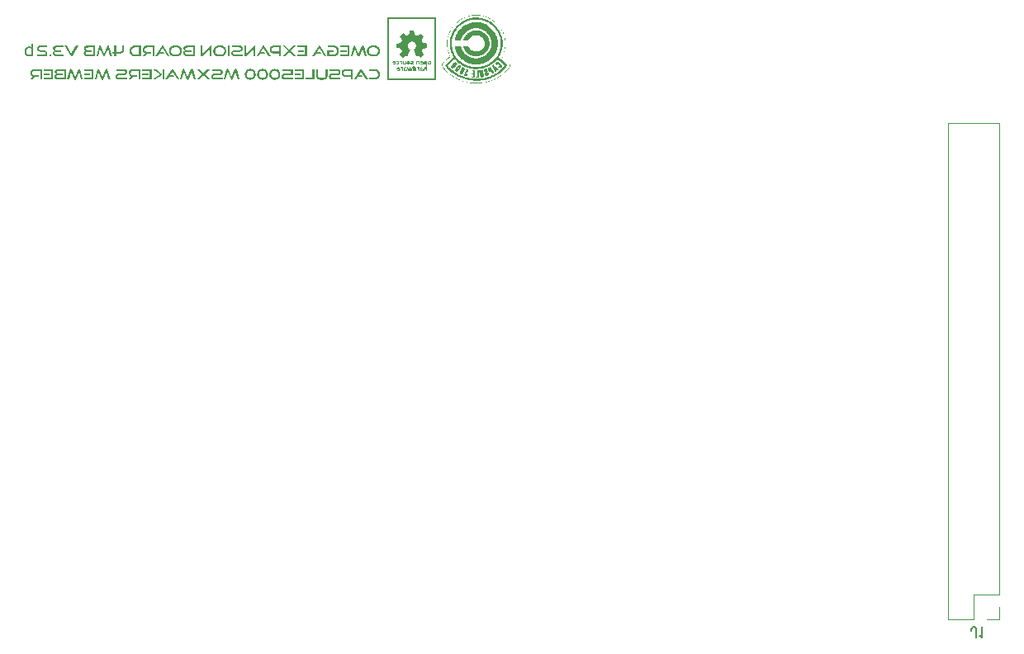
<source format=gbo>
G04 Layer: BottomSilkscreenLayer*
G04 EasyEDA v6.5.5, 2022-06-05 18:11:37*
G04 12dec15f9c8f45c78e1145ade07de6d6,0eaacf81f25c4b8caaffc9699626bf9f,10*
G04 Gerber Generator version 0.2*
G04 Scale: 100 percent, Rotated: No, Reflected: No *
G04 Dimensions in millimeters *
G04 leading zeros omitted , absolute positions ,4 integer and 5 decimal *
%FSLAX45Y45*%
%MOMM*%

%ADD23C,0.1200*%
%ADD24C,0.1524*%
%ADD26C,0.2032*%

%LPD*%
G36*
X3892905Y-157480D02*
G01*
X3877310Y-157784D01*
X3862222Y-158546D01*
X3848303Y-159715D01*
X3836365Y-161239D01*
X3825595Y-163474D01*
X3814114Y-166319D01*
X3802684Y-169621D01*
X3791407Y-173380D01*
X3780180Y-177546D01*
X3769106Y-182118D01*
X3758184Y-187096D01*
X3747414Y-192430D01*
X3736848Y-198221D01*
X3726535Y-204317D01*
X3717036Y-210515D01*
X3707180Y-218033D01*
X3696411Y-227025D01*
X3685286Y-237134D01*
X3674211Y-247853D01*
X3663797Y-258622D01*
X3650335Y-273964D01*
X3643579Y-282905D01*
X3636467Y-293725D01*
X3629812Y-304850D01*
X3623614Y-316280D01*
X3617823Y-327964D01*
X3612591Y-339801D01*
X3607866Y-351739D01*
X3603650Y-363778D01*
X3599992Y-375869D01*
X3596944Y-387908D01*
X3594455Y-399897D01*
X3592880Y-411124D01*
X3591864Y-423824D01*
X3591407Y-437591D01*
X3591509Y-451916D01*
X3592118Y-466293D01*
X3593236Y-480314D01*
X3594862Y-493471D01*
X3596944Y-505206D01*
X3599738Y-516128D01*
X3603650Y-529234D01*
X3608374Y-543306D01*
X3613454Y-557326D01*
X3618484Y-570026D01*
X3623106Y-580288D01*
X3622446Y-581253D01*
X3616807Y-586841D01*
X3592779Y-608482D01*
X3577132Y-622096D01*
X3562705Y-635152D01*
X3551224Y-646125D01*
X3544011Y-653694D01*
X3542487Y-655777D01*
X3541064Y-658825D01*
X3540099Y-661974D01*
X3539591Y-665175D01*
X3539620Y-669137D01*
X3544112Y-669137D01*
X3544163Y-665937D01*
X3544519Y-662990D01*
X3545281Y-660146D01*
X3546652Y-657199D01*
X3548684Y-653999D01*
X3551580Y-650392D01*
X3555492Y-646226D01*
X3566972Y-635406D01*
X3602126Y-604723D01*
X3613810Y-594106D01*
X3622497Y-585622D01*
X3625392Y-582523D01*
X3627120Y-580339D01*
X3627526Y-579221D01*
X3618331Y-558647D01*
X3612083Y-543661D01*
X3607815Y-531876D01*
X3604564Y-520801D01*
X3601720Y-509320D01*
X3599434Y-497840D01*
X3597554Y-486409D01*
X3596233Y-474980D01*
X3595319Y-463600D01*
X3594912Y-452272D01*
X3594963Y-440994D01*
X3595471Y-429768D01*
X3596386Y-418642D01*
X3597757Y-407568D01*
X3599586Y-396646D01*
X3601821Y-385826D01*
X3604463Y-375107D01*
X3607562Y-364540D01*
X3611016Y-354126D01*
X3614877Y-343865D01*
X3619144Y-333756D01*
X3623767Y-323850D01*
X3628796Y-314096D01*
X3634181Y-304546D01*
X3639921Y-295198D01*
X3646068Y-286105D01*
X3652520Y-277215D01*
X3659327Y-268579D01*
X3666439Y-260146D01*
X3673906Y-252018D01*
X3681729Y-244195D01*
X3689807Y-236575D01*
X3698240Y-229311D01*
X3706977Y-222351D01*
X3715969Y-215646D01*
X3725265Y-209346D01*
X3734866Y-203301D01*
X3744722Y-197662D01*
X3754831Y-192379D01*
X3765194Y-187452D01*
X3775862Y-182880D01*
X3786733Y-178714D01*
X3797858Y-174955D01*
X3809237Y-171602D01*
X3820820Y-168706D01*
X3832606Y-166166D01*
X3845763Y-163931D01*
X3858869Y-162255D01*
X3871925Y-161086D01*
X3884929Y-160477D01*
X3897833Y-160375D01*
X3910685Y-160883D01*
X3923487Y-161899D01*
X3936187Y-163423D01*
X3948734Y-165506D01*
X3961231Y-168097D01*
X3973626Y-171246D01*
X3985869Y-174955D01*
X3997960Y-179171D01*
X4009948Y-183896D01*
X4021785Y-189179D01*
X4033469Y-194970D01*
X4045000Y-201269D01*
X4056379Y-208127D01*
X4064863Y-213969D01*
X4074160Y-221132D01*
X4083913Y-229362D01*
X4093921Y-238455D01*
X4103928Y-248107D01*
X4113580Y-258013D01*
X4122724Y-267919D01*
X4130954Y-277622D01*
X4138117Y-286766D01*
X4143908Y-295148D01*
X4150360Y-305866D01*
X4156354Y-316788D01*
X4161790Y-327863D01*
X4166768Y-339140D01*
X4171238Y-350570D01*
X4175201Y-362153D01*
X4178655Y-373837D01*
X4181652Y-385572D01*
X4184091Y-397459D01*
X4186021Y-409346D01*
X4187494Y-421284D01*
X4188409Y-433273D01*
X4188815Y-445211D01*
X4188714Y-457149D01*
X4188155Y-469087D01*
X4187037Y-480923D01*
X4185412Y-492709D01*
X4183227Y-504393D01*
X4180586Y-515975D01*
X4177385Y-527405D01*
X4173728Y-538734D01*
X4169511Y-549859D01*
X4164787Y-560781D01*
X4156710Y-577342D01*
X4155389Y-581355D01*
X4155389Y-584149D01*
X4156659Y-586384D01*
X4168597Y-597458D01*
X4208729Y-633374D01*
X4220210Y-644347D01*
X4228033Y-652932D01*
X4230776Y-656590D01*
X4232808Y-659942D01*
X4234281Y-663092D01*
X4235196Y-666140D01*
X4235704Y-669188D01*
X4235856Y-672338D01*
X4235653Y-675944D01*
X4235043Y-679551D01*
X4233926Y-683260D01*
X4232249Y-687070D01*
X4229912Y-691184D01*
X4226966Y-695604D01*
X4218736Y-705764D01*
X4207103Y-718159D01*
X4191558Y-733552D01*
X4179519Y-744982D01*
X4168800Y-754735D01*
X4158894Y-763219D01*
X4149394Y-770737D01*
X4139793Y-777646D01*
X4129735Y-784402D01*
X4119524Y-790803D01*
X4104081Y-799795D01*
X4093667Y-805434D01*
X4083100Y-810768D01*
X4061714Y-820521D01*
X4050792Y-824941D01*
X4039717Y-829106D01*
X4028440Y-833018D01*
X4017010Y-836676D01*
X4005326Y-840028D01*
X3993489Y-843127D01*
X3969969Y-848410D01*
X3960164Y-850137D01*
X3950208Y-851306D01*
X3938625Y-852068D01*
X3923792Y-852474D01*
X3869994Y-852576D01*
X3853078Y-852271D01*
X3840022Y-851712D01*
X3829354Y-850798D01*
X3819601Y-849325D01*
X3809237Y-847293D01*
X3796284Y-844397D01*
X3783482Y-841146D01*
X3770833Y-837539D01*
X3758336Y-833577D01*
X3745992Y-829310D01*
X3733800Y-824737D01*
X3721811Y-819810D01*
X3709974Y-814578D01*
X3698392Y-809040D01*
X3686962Y-803198D01*
X3675735Y-797052D01*
X3664762Y-790600D01*
X3653993Y-783844D01*
X3643477Y-776833D01*
X3633215Y-769569D01*
X3623208Y-762000D01*
X3613454Y-754126D01*
X3604006Y-746048D01*
X3594811Y-737717D01*
X3585870Y-729081D01*
X3577285Y-720242D01*
X3569004Y-711149D01*
X3560978Y-701802D01*
X3553358Y-692251D01*
X3548634Y-685749D01*
X3545840Y-680415D01*
X3544468Y-675233D01*
X3544112Y-669137D01*
X3539620Y-669137D01*
X3539998Y-672033D01*
X3540912Y-675741D01*
X3542334Y-679602D01*
X3544214Y-683717D01*
X3546703Y-688086D01*
X3549650Y-692708D01*
X3557270Y-702868D01*
X3567176Y-714400D01*
X3579520Y-727506D01*
X3588105Y-736142D01*
X3596995Y-744474D01*
X3606088Y-752602D01*
X3615436Y-760425D01*
X3624986Y-767994D01*
X3634790Y-775309D01*
X3644849Y-782320D01*
X3655060Y-789076D01*
X3665474Y-795528D01*
X3676142Y-801725D01*
X3692398Y-810463D01*
X3703472Y-815898D01*
X3714699Y-821029D01*
X3726129Y-825855D01*
X3737660Y-830427D01*
X3749344Y-834644D01*
X3761181Y-838504D01*
X3773170Y-842111D01*
X3785209Y-845362D01*
X3797401Y-848258D01*
X3809695Y-850849D01*
X3820820Y-852881D01*
X3831640Y-854303D01*
X3843528Y-855522D01*
X3856177Y-856437D01*
X3869436Y-857097D01*
X3883050Y-857453D01*
X3896715Y-857554D01*
X3910279Y-857351D01*
X3923487Y-856894D01*
X3936136Y-856132D01*
X3947922Y-855116D01*
X3958640Y-853795D01*
X3970121Y-851865D01*
X3983177Y-849223D01*
X3996131Y-846277D01*
X4008932Y-842924D01*
X4021582Y-839216D01*
X4034078Y-835152D01*
X4046423Y-830732D01*
X4058564Y-825957D01*
X4070553Y-820877D01*
X4082338Y-815390D01*
X4093921Y-809599D01*
X4105300Y-803503D01*
X4116476Y-797052D01*
X4127449Y-790244D01*
X4138218Y-783183D01*
X4148734Y-775716D01*
X4159046Y-767994D01*
X4169054Y-759917D01*
X4178858Y-751586D01*
X4188409Y-742899D01*
X4200804Y-730859D01*
X4214114Y-717092D01*
X4219702Y-710895D01*
X4224528Y-705053D01*
X4228693Y-699566D01*
X4232198Y-694385D01*
X4234992Y-689508D01*
X4237126Y-684834D01*
X4238599Y-680364D01*
X4239412Y-676097D01*
X4239615Y-671880D01*
X4239158Y-667816D01*
X4238142Y-663752D01*
X4236466Y-659739D01*
X4234180Y-655726D01*
X4231335Y-651611D01*
X4227931Y-647395D01*
X4223918Y-643026D01*
X4206595Y-626567D01*
X4185716Y-607669D01*
X4158437Y-583539D01*
X4168140Y-562406D01*
X4172661Y-551535D01*
X4176725Y-540562D01*
X4180281Y-529590D01*
X4183379Y-518566D01*
X4186072Y-507492D01*
X4188256Y-496417D01*
X4189984Y-485343D01*
X4191254Y-474319D01*
X4192117Y-463245D01*
X4192524Y-452221D01*
X4192524Y-441248D01*
X4192066Y-430326D01*
X4191203Y-419455D01*
X4189933Y-408635D01*
X4188206Y-397916D01*
X4186123Y-387299D01*
X4183583Y-376783D01*
X4180687Y-366369D01*
X4177385Y-356057D01*
X4173728Y-345897D01*
X4169613Y-335889D01*
X4165193Y-326034D01*
X4160367Y-316331D01*
X4155135Y-306832D01*
X4149598Y-297484D01*
X4143654Y-288391D01*
X4137355Y-279450D01*
X4130751Y-270713D01*
X4123791Y-262280D01*
X4116425Y-254000D01*
X4108805Y-246024D01*
X4100829Y-238302D01*
X4092498Y-230835D01*
X4083862Y-223672D01*
X4074922Y-216814D01*
X4065625Y-210261D01*
X4056075Y-203962D01*
X4046220Y-198018D01*
X4036009Y-192430D01*
X4025544Y-187198D01*
X4014825Y-182270D01*
X4003751Y-177749D01*
X3992473Y-173583D01*
X3981145Y-169926D01*
X3968800Y-166471D01*
X3956151Y-163271D01*
X3944772Y-160832D01*
X3934714Y-159258D01*
X3922318Y-158191D01*
X3908145Y-157581D01*
G37*
G36*
X3893362Y-183083D02*
G01*
X3880865Y-183337D01*
X3868470Y-184099D01*
X3856126Y-185420D01*
X3843934Y-187248D01*
X3831894Y-189585D01*
X3820007Y-192481D01*
X3808323Y-195834D01*
X3796741Y-199745D01*
X3785412Y-204165D01*
X3774287Y-209042D01*
X3763416Y-214426D01*
X3752748Y-220319D01*
X3742334Y-226669D01*
X3732225Y-233527D01*
X3722370Y-240842D01*
X3712870Y-248615D01*
X3703675Y-256844D01*
X3694734Y-265531D01*
X3686251Y-274675D01*
X3678275Y-284073D01*
X3670808Y-293725D01*
X3663797Y-303631D01*
X3657346Y-313842D01*
X3651351Y-324205D01*
X3645915Y-334822D01*
X3640937Y-345592D01*
X3636518Y-356565D01*
X3632606Y-367690D01*
X3629202Y-378968D01*
X3626307Y-390347D01*
X3623970Y-401828D01*
X3622141Y-413359D01*
X3620871Y-424992D01*
X3620109Y-436676D01*
X3619906Y-447090D01*
X3640836Y-447090D01*
X3641191Y-434085D01*
X3642207Y-421132D01*
X3643884Y-408228D01*
X3646220Y-395528D01*
X3649218Y-382981D01*
X3652875Y-370738D01*
X3657142Y-358851D01*
X3662121Y-347319D01*
X3667607Y-336296D01*
X3673652Y-325628D01*
X3680256Y-315264D01*
X3687368Y-305206D01*
X3694988Y-295554D01*
X3703116Y-286258D01*
X3711701Y-277368D01*
X3720693Y-268833D01*
X3730142Y-260756D01*
X3739946Y-253136D01*
X3750157Y-245922D01*
X3760774Y-239267D01*
X3771646Y-233019D01*
X3782872Y-227329D01*
X3794404Y-222148D01*
X3806190Y-217525D01*
X3818229Y-213461D01*
X3830523Y-209956D01*
X3841140Y-207822D01*
X3854196Y-206146D01*
X3868877Y-204927D01*
X3884320Y-204216D01*
X3899763Y-204012D01*
X3914394Y-204368D01*
X3927348Y-205282D01*
X3937914Y-206806D01*
X3949903Y-209499D01*
X3961637Y-212648D01*
X3973118Y-216306D01*
X3984294Y-220370D01*
X3995165Y-224891D01*
X4005732Y-229870D01*
X4016044Y-235254D01*
X4025950Y-240995D01*
X4035551Y-247192D01*
X4044848Y-253746D01*
X4053738Y-260654D01*
X4062323Y-267919D01*
X4070451Y-275539D01*
X4078274Y-283514D01*
X4085640Y-291795D01*
X4092651Y-300380D01*
X4099204Y-309270D01*
X4105351Y-318414D01*
X4111091Y-327914D01*
X4116324Y-337616D01*
X4121150Y-347573D01*
X4125518Y-357784D01*
X4129379Y-368249D01*
X4132783Y-378866D01*
X4135678Y-389737D01*
X4138066Y-400812D01*
X4139946Y-412038D01*
X4141317Y-423468D01*
X4142130Y-435000D01*
X4142333Y-453643D01*
X4141622Y-467309D01*
X4140200Y-480618D01*
X4138117Y-493674D01*
X4135323Y-506476D01*
X4131767Y-519023D01*
X4127500Y-531418D01*
X4122470Y-543610D01*
X4116730Y-555701D01*
X4110177Y-567639D01*
X4103624Y-578256D01*
X4096105Y-588416D01*
X4087012Y-599236D01*
X4076801Y-610362D01*
X4065930Y-621284D01*
X4054856Y-631545D01*
X4043934Y-640740D01*
X4033723Y-648360D01*
X4024020Y-654507D01*
X4013860Y-660247D01*
X4003649Y-665429D01*
X3993286Y-670153D01*
X3982821Y-674370D01*
X3972255Y-678078D01*
X3961637Y-681329D01*
X3950919Y-684072D01*
X3940200Y-686358D01*
X3929430Y-688187D01*
X3918661Y-689559D01*
X3907891Y-690473D01*
X3897122Y-690880D01*
X3886352Y-690880D01*
X3875684Y-690422D01*
X3865016Y-689559D01*
X3854450Y-688238D01*
X3843985Y-686460D01*
X3833571Y-684276D01*
X3823309Y-681685D01*
X3813149Y-678688D01*
X3803142Y-675284D01*
X3793286Y-671423D01*
X3783634Y-667207D01*
X3774135Y-662584D01*
X3764838Y-657555D01*
X3755745Y-652170D01*
X3746855Y-646379D01*
X3738270Y-640232D01*
X3729888Y-633679D01*
X3721811Y-626821D01*
X3713987Y-619556D01*
X3706520Y-611936D01*
X3699306Y-603961D01*
X3692448Y-595630D01*
X3685946Y-586994D01*
X3679748Y-578002D01*
X3673957Y-568706D01*
X3668572Y-559054D01*
X3663543Y-549097D01*
X3658971Y-538784D01*
X3654806Y-528218D01*
X3650945Y-516788D01*
X3647541Y-504596D01*
X3644900Y-492150D01*
X3642868Y-479450D01*
X3641547Y-466547D01*
X3640886Y-453593D01*
X3640836Y-447090D01*
X3619906Y-447090D01*
X3619957Y-454304D01*
X3620566Y-466039D01*
X3621684Y-477774D01*
X3623411Y-489458D01*
X3625646Y-501091D01*
X3628390Y-512724D01*
X3631742Y-524205D01*
X3635654Y-535635D01*
X3640074Y-546963D01*
X3645103Y-558139D01*
X3650691Y-569163D01*
X3660546Y-587502D01*
X3642918Y-603453D01*
X3568547Y-668782D01*
X3570464Y-671271D01*
X3599484Y-671271D01*
X3600145Y-670052D01*
X3673449Y-606298D01*
X3694836Y-628904D01*
X3703167Y-637032D01*
X3711752Y-644753D01*
X3720592Y-652018D01*
X3729634Y-658876D01*
X3738879Y-665327D01*
X3748379Y-671372D01*
X3758031Y-676960D01*
X3767836Y-682142D01*
X3777843Y-686866D01*
X3788003Y-691184D01*
X3798265Y-695096D01*
X3808628Y-698550D01*
X3819144Y-701598D01*
X3829761Y-704240D01*
X3840429Y-706424D01*
X3851148Y-708202D01*
X3861917Y-709523D01*
X3872737Y-710438D01*
X3883609Y-710946D01*
X3894480Y-711047D01*
X3905351Y-710692D01*
X3916172Y-709879D01*
X3926992Y-708710D01*
X3937812Y-707085D01*
X3948531Y-705002D01*
X3959199Y-702513D01*
X3969765Y-699617D01*
X3980230Y-696264D01*
X3990594Y-692505D01*
X4000855Y-688340D01*
X4010964Y-683717D01*
X4020921Y-678688D01*
X4030726Y-673201D01*
X4040327Y-667359D01*
X4049776Y-661009D01*
X4058970Y-654253D01*
X4068013Y-647090D01*
X4076750Y-639521D01*
X4085285Y-631494D01*
X4096816Y-619912D01*
X4107535Y-609701D01*
X4109516Y-608228D01*
X4112971Y-610819D01*
X4133494Y-628396D01*
X4185259Y-674268D01*
X4168901Y-692505D01*
X4160875Y-700786D01*
X4152392Y-708964D01*
X4143451Y-716940D01*
X4134104Y-724763D01*
X4124350Y-732332D01*
X4114342Y-739698D01*
X4104030Y-746760D01*
X4093413Y-753567D01*
X4082643Y-760069D01*
X4071721Y-766216D01*
X4060647Y-771956D01*
X4049471Y-777341D01*
X4038295Y-782320D01*
X4027068Y-786841D01*
X4015892Y-790905D01*
X4004360Y-794613D01*
X3992372Y-798017D01*
X3980332Y-801065D01*
X3968242Y-803706D01*
X3956151Y-805942D01*
X3944010Y-807821D01*
X3931869Y-809294D01*
X3919728Y-810361D01*
X3907586Y-811072D01*
X3895394Y-811377D01*
X3883304Y-811326D01*
X3871163Y-810869D01*
X3859123Y-810006D01*
X3847084Y-808786D01*
X3835095Y-807161D01*
X3823157Y-805230D01*
X3811320Y-802843D01*
X3799535Y-800100D01*
X3787851Y-797001D01*
X3776268Y-793546D01*
X3764737Y-789686D01*
X3753358Y-785418D01*
X3742080Y-780846D01*
X3730955Y-775868D01*
X3719931Y-770534D01*
X3709060Y-764844D01*
X3698341Y-758748D01*
X3687775Y-752297D01*
X3676345Y-744778D01*
X3663696Y-735685D01*
X3651250Y-726033D01*
X3639362Y-716127D01*
X3628339Y-706374D01*
X3618585Y-697026D01*
X3610457Y-688492D01*
X3604310Y-681126D01*
X3602126Y-677976D01*
X3600551Y-675233D01*
X3599687Y-672998D01*
X3599484Y-671271D01*
X3570464Y-671271D01*
X3581095Y-684936D01*
X3589020Y-694486D01*
X3597351Y-703732D01*
X3605936Y-712774D01*
X3614877Y-721512D01*
X3624122Y-729945D01*
X3633673Y-738124D01*
X3643477Y-745998D01*
X3653586Y-753618D01*
X3664000Y-760882D01*
X3674618Y-767842D01*
X3685540Y-774496D01*
X3696665Y-780846D01*
X3708095Y-786841D01*
X3719677Y-792480D01*
X3731514Y-797864D01*
X3743553Y-802843D01*
X3755796Y-807466D01*
X3768242Y-811784D01*
X3780840Y-815695D01*
X3793642Y-819302D01*
X3806596Y-822502D01*
X3817467Y-824788D01*
X3827678Y-826312D01*
X3839514Y-827532D01*
X3852621Y-828446D01*
X3866692Y-829157D01*
X3896106Y-829665D01*
X3910736Y-829462D01*
X3924808Y-829005D01*
X3938015Y-828243D01*
X3949954Y-827227D01*
X3960266Y-825855D01*
X3971290Y-823721D01*
X3984396Y-820724D01*
X3997350Y-817321D01*
X4010151Y-813511D01*
X4022801Y-809345D01*
X4035298Y-804773D01*
X4047591Y-799795D01*
X4059682Y-794512D01*
X4071620Y-788822D01*
X4083304Y-782777D01*
X4094734Y-776376D01*
X4105910Y-769620D01*
X4116882Y-762558D01*
X4127550Y-755142D01*
X4137914Y-747420D01*
X4148023Y-739343D01*
X4158792Y-729996D01*
X4171594Y-717753D01*
X4184599Y-704342D01*
X4201515Y-685495D01*
X4208932Y-675995D01*
X4210913Y-672744D01*
X4211574Y-670814D01*
X4209897Y-668223D01*
X4205325Y-663346D01*
X4198620Y-656894D01*
X4151172Y-614476D01*
X4122420Y-588314D01*
X4137151Y-559511D01*
X4142130Y-548589D01*
X4146600Y-537616D01*
X4150512Y-526491D01*
X4153915Y-515264D01*
X4156811Y-504037D01*
X4159148Y-492709D01*
X4160977Y-481330D01*
X4162298Y-469950D01*
X4163110Y-458520D01*
X4163364Y-447141D01*
X4163161Y-435762D01*
X4162450Y-424434D01*
X4161180Y-413156D01*
X4159453Y-401929D01*
X4157218Y-390804D01*
X4154474Y-379780D01*
X4151223Y-368808D01*
X4147464Y-358038D01*
X4143248Y-347370D01*
X4138523Y-336854D01*
X4133342Y-326491D01*
X4127652Y-316331D01*
X4121454Y-306425D01*
X4114800Y-296672D01*
X4107687Y-287172D01*
X4100068Y-277926D01*
X4091990Y-268884D01*
X4083253Y-260045D01*
X4073753Y-251358D01*
X4063644Y-243078D01*
X4053027Y-235153D01*
X4041952Y-227736D01*
X4030472Y-220776D01*
X4018635Y-214325D01*
X4006545Y-208381D01*
X3994200Y-203047D01*
X3981704Y-198272D01*
X3969054Y-194106D01*
X3956405Y-190601D01*
X3943756Y-187756D01*
X3931158Y-185674D01*
X3918610Y-184251D01*
X3905961Y-183388D01*
G37*
G36*
X3892651Y-229565D02*
G01*
X3882542Y-229971D01*
X3867810Y-231394D01*
X3856990Y-232867D01*
X3845814Y-234950D01*
X3834536Y-237642D01*
X3823157Y-240944D01*
X3811930Y-244703D01*
X3800957Y-249021D01*
X3790391Y-253746D01*
X3780332Y-258876D01*
X3769563Y-265379D01*
X3763975Y-269240D01*
X3752596Y-278028D01*
X3741216Y-287782D01*
X3730193Y-298297D01*
X3719931Y-309118D01*
X3710787Y-319938D01*
X3703116Y-330403D01*
X3696766Y-340918D01*
X3690670Y-352806D01*
X3685032Y-365252D01*
X3680155Y-377698D01*
X3676243Y-389432D01*
X3673601Y-399948D01*
X3671214Y-416458D01*
X3735070Y-415137D01*
X3741165Y-396290D01*
X3745941Y-384759D01*
X3751529Y-373735D01*
X3757929Y-363220D01*
X3765194Y-353263D01*
X3773220Y-343966D01*
X3777487Y-339496D01*
X3786581Y-331114D01*
X3796385Y-323443D01*
X3801516Y-319836D01*
X3812286Y-313232D01*
X3823665Y-307390D01*
X3835603Y-302361D01*
X3847744Y-298196D01*
X3852976Y-296672D01*
X3857904Y-295554D01*
X3862882Y-294741D01*
X3868318Y-294182D01*
X3882085Y-293674D01*
X3900271Y-293674D01*
X3914038Y-294182D01*
X3919524Y-294741D01*
X3924503Y-295554D01*
X3929430Y-296672D01*
X3940606Y-300126D01*
X3952290Y-304546D01*
X3963466Y-309676D01*
X3974084Y-315518D01*
X3984142Y-322021D01*
X3993540Y-329184D01*
X3998061Y-332943D01*
X4006545Y-341020D01*
X4014317Y-349605D01*
X4021429Y-358749D01*
X4027779Y-368401D01*
X4033418Y-378510D01*
X4038244Y-389077D01*
X4042257Y-399999D01*
X4045407Y-411327D01*
X4047845Y-423570D01*
X4049318Y-436118D01*
X4049776Y-448360D01*
X4049623Y-454406D01*
X4048506Y-466394D01*
X4046270Y-478282D01*
X4044746Y-484225D01*
X4040835Y-496214D01*
X4038498Y-502310D01*
X4032910Y-514604D01*
X4027170Y-525373D01*
X4024172Y-530047D01*
X4020972Y-534517D01*
X4017314Y-539038D01*
X4008170Y-548894D01*
X3996385Y-560324D01*
X3986276Y-569214D01*
X3981653Y-572719D01*
X3977030Y-575868D01*
X3966972Y-581507D01*
X3955542Y-586790D01*
X3943807Y-591210D01*
X3931665Y-594969D01*
X3919474Y-597916D01*
X3913428Y-599084D01*
X3901846Y-600659D01*
X3896410Y-601065D01*
X3885082Y-601014D01*
X3878732Y-600506D01*
X3872229Y-599643D01*
X3858818Y-597052D01*
X3845204Y-593293D01*
X3838448Y-591058D01*
X3825240Y-585876D01*
X3818839Y-582980D01*
X3806799Y-576630D01*
X3801211Y-573227D01*
X3795979Y-569671D01*
X3791153Y-566013D01*
X3782466Y-558444D01*
X3774287Y-550113D01*
X3766616Y-541223D01*
X3759555Y-531825D01*
X3753256Y-521970D01*
X3747668Y-511911D01*
X3742994Y-501599D01*
X3739184Y-491235D01*
X3735070Y-478332D01*
X3671163Y-477012D01*
X3672738Y-487934D01*
X3673856Y-493725D01*
X3675837Y-501446D01*
X3678428Y-510082D01*
X3681272Y-518617D01*
X3685743Y-529996D01*
X3690924Y-541121D01*
X3696817Y-551942D01*
X3703370Y-562406D01*
X3710584Y-572516D01*
X3718356Y-582269D01*
X3726738Y-591616D01*
X3735578Y-600456D01*
X3744976Y-608888D01*
X3754780Y-616762D01*
X3765042Y-624128D01*
X3775710Y-630936D01*
X3786733Y-637184D01*
X3798062Y-642772D01*
X3809644Y-647700D01*
X3821531Y-651967D01*
X3833622Y-655523D01*
X3845915Y-658368D01*
X3855669Y-659892D01*
X3866743Y-661009D01*
X3878732Y-661670D01*
X3891178Y-661873D01*
X3903624Y-661670D01*
X3915613Y-661009D01*
X3926738Y-659892D01*
X3936492Y-658368D01*
X3947972Y-655726D01*
X3959250Y-652526D01*
X3970324Y-648716D01*
X3981145Y-644296D01*
X3991660Y-639368D01*
X4001922Y-633882D01*
X4011879Y-627888D01*
X4021480Y-621385D01*
X4030776Y-614426D01*
X4039666Y-607009D01*
X4048150Y-599186D01*
X4056176Y-590956D01*
X4063847Y-582320D01*
X4071010Y-573328D01*
X4077665Y-563981D01*
X4083862Y-554329D01*
X4089501Y-544372D01*
X4094632Y-534111D01*
X4099153Y-523595D01*
X4103115Y-512826D01*
X4106418Y-501853D01*
X4109161Y-490677D01*
X4110736Y-481177D01*
X4111904Y-470408D01*
X4112564Y-458774D01*
X4112818Y-446684D01*
X4112564Y-434644D01*
X4111904Y-423011D01*
X4110736Y-412242D01*
X4109110Y-402742D01*
X4106164Y-390652D01*
X4102506Y-378815D01*
X4098086Y-367284D01*
X4093057Y-356006D01*
X4087368Y-345084D01*
X4081068Y-334518D01*
X4074160Y-324256D01*
X4066692Y-314452D01*
X4058716Y-305054D01*
X4050182Y-296062D01*
X4041241Y-287578D01*
X4031792Y-279552D01*
X4021937Y-272034D01*
X4011676Y-265125D01*
X4001008Y-258724D01*
X3990035Y-252882D01*
X3978757Y-247700D01*
X3967175Y-243128D01*
X3955338Y-239267D01*
X3943248Y-236067D01*
X3930954Y-233527D01*
X3918458Y-231749D01*
X3903014Y-230124D01*
G37*
G36*
X3890568Y-313893D02*
G01*
X3884726Y-314045D01*
X3873144Y-315061D01*
X3861765Y-317093D01*
X3856126Y-318465D01*
X3845001Y-322021D01*
X3834129Y-326491D01*
X3823462Y-331978D01*
X3818229Y-335076D01*
X3808018Y-342036D01*
X3802634Y-346252D01*
X3797350Y-350977D01*
X3792169Y-356158D01*
X3787190Y-361645D01*
X3782415Y-367487D01*
X3777945Y-373481D01*
X3773779Y-379679D01*
X3770020Y-385927D01*
X3766667Y-392176D01*
X3763772Y-398424D01*
X3761435Y-404469D01*
X3759606Y-410362D01*
X3758082Y-416306D01*
X3810457Y-416102D01*
X3819296Y-402285D01*
X3822446Y-397713D01*
X3825849Y-393395D01*
X3829405Y-389382D01*
X3833215Y-385622D01*
X3837228Y-382168D01*
X3841445Y-378968D01*
X3845864Y-376123D01*
X3850436Y-373532D01*
X3855262Y-371246D01*
X3860241Y-369265D01*
X3865372Y-367588D01*
X3870706Y-366217D01*
X3876192Y-365099D01*
X3881831Y-364337D01*
X3887622Y-363931D01*
X3893616Y-363778D01*
X3903116Y-364083D01*
X3910787Y-365048D01*
X3917899Y-366979D01*
X3925468Y-370027D01*
X3930192Y-372313D01*
X3934815Y-374904D01*
X3939336Y-377748D01*
X3943654Y-380847D01*
X3951681Y-387705D01*
X3955389Y-391414D01*
X3958844Y-395325D01*
X3962044Y-399389D01*
X3964940Y-403555D01*
X3967530Y-407873D01*
X3969816Y-412242D01*
X3973423Y-420573D01*
X3975557Y-427939D01*
X3976522Y-436372D01*
X3976725Y-447903D01*
X3976522Y-459384D01*
X3975557Y-467614D01*
X3973474Y-474624D01*
X3969969Y-482396D01*
X3966362Y-488696D01*
X3962196Y-494842D01*
X3957472Y-500634D01*
X3952290Y-506069D01*
X3946651Y-511098D01*
X3940708Y-515670D01*
X3934409Y-519684D01*
X3927906Y-523138D01*
X3919982Y-526491D01*
X3912717Y-528472D01*
X3904132Y-529437D01*
X3892397Y-529691D01*
X3880662Y-529539D01*
X3872128Y-528675D01*
X3864864Y-526796D01*
X3857040Y-523595D01*
X3850690Y-520395D01*
X3844544Y-516635D01*
X3838651Y-512470D01*
X3833114Y-507949D01*
X3827983Y-503072D01*
X3823411Y-498043D01*
X3819448Y-492861D01*
X3816197Y-487680D01*
X3810457Y-477164D01*
X3758082Y-477164D01*
X3759657Y-483565D01*
X3760927Y-487476D01*
X3766362Y-500126D01*
X3769868Y-507390D01*
X3772509Y-512318D01*
X3775405Y-517143D01*
X3778605Y-521868D01*
X3785717Y-530961D01*
X3789629Y-535330D01*
X3798112Y-543560D01*
X3807307Y-551180D01*
X3817213Y-558088D01*
X3827627Y-564184D01*
X3838549Y-569366D01*
X3849827Y-573633D01*
X3861308Y-576834D01*
X3866845Y-577900D01*
X3872788Y-578713D01*
X3879037Y-579272D01*
X3885488Y-579577D01*
X3898849Y-579424D01*
X3905504Y-578967D01*
X3918458Y-577342D01*
X3924554Y-576224D01*
X3930294Y-574852D01*
X3935577Y-573227D01*
X3941521Y-571093D01*
X3947363Y-568655D01*
X3953052Y-565962D01*
X3963974Y-559866D01*
X3969258Y-556463D01*
X3979265Y-548995D01*
X3988511Y-540715D01*
X3992879Y-536295D01*
X3997045Y-531672D01*
X4004665Y-521970D01*
X4011371Y-511606D01*
X4014368Y-506222D01*
X4017111Y-500684D01*
X4019600Y-495046D01*
X4021785Y-489305D01*
X4023614Y-483362D01*
X4025087Y-476859D01*
X4026204Y-469798D01*
X4027017Y-462381D01*
X4027525Y-454710D01*
X4027678Y-446887D01*
X4027525Y-439115D01*
X4027017Y-431495D01*
X4026204Y-424129D01*
X4025036Y-417169D01*
X4023563Y-410718D01*
X4021785Y-404977D01*
X4017213Y-394106D01*
X4014622Y-388823D01*
X4008780Y-378663D01*
X4002074Y-369112D01*
X3994658Y-360121D01*
X3986529Y-351840D01*
X3977741Y-344220D01*
X3973118Y-340664D01*
X3963415Y-334213D01*
X3958386Y-331266D01*
X3947972Y-326034D01*
X3942587Y-323748D01*
X3931513Y-319887D01*
X3925874Y-318312D01*
X3914140Y-315874D01*
X3908196Y-314960D01*
X3896410Y-313994D01*
G37*
G36*
X4107738Y-633933D02*
G01*
X4103878Y-634847D01*
X4100068Y-637133D01*
X4095902Y-640791D01*
X4090822Y-647242D01*
X4089044Y-653592D01*
X4090517Y-659790D01*
X4095242Y-665632D01*
X4099915Y-669594D01*
X4103115Y-671017D01*
X4105859Y-670001D01*
X4109364Y-666699D01*
X4111701Y-663905D01*
X4112361Y-661822D01*
X4111193Y-659536D01*
X4106062Y-653796D01*
X4104538Y-651662D01*
X4103827Y-649935D01*
X4103928Y-648919D01*
X4106062Y-649884D01*
X4110837Y-653440D01*
X4117543Y-659130D01*
X4125417Y-666292D01*
X4133087Y-673709D01*
X4139082Y-680059D01*
X4142790Y-684631D01*
X4143654Y-686816D01*
X4142384Y-686968D01*
X4140250Y-686104D01*
X4137558Y-684326D01*
X4134561Y-681837D01*
X4127347Y-675132D01*
X4116781Y-685393D01*
X4124960Y-693572D01*
X4132072Y-699363D01*
X4138625Y-701497D01*
X4144975Y-700024D01*
X4151680Y-694994D01*
X4155592Y-690778D01*
X4158030Y-686917D01*
X4158945Y-683056D01*
X4158284Y-678942D01*
X4155846Y-674268D01*
X4151629Y-668782D01*
X4145483Y-662228D01*
X4137355Y-654253D01*
X4129074Y-646582D01*
X4122267Y-640791D01*
X4116628Y-636828D01*
X4111904Y-634593D01*
G37*
G36*
X3678123Y-640943D02*
G01*
X3673246Y-641654D01*
X3668064Y-644499D01*
X3660952Y-650494D01*
X3650487Y-660806D01*
X3643325Y-668274D01*
X3637787Y-674674D01*
X3633876Y-680110D01*
X3631488Y-684784D01*
X3630523Y-688848D01*
X3630673Y-690067D01*
X3645408Y-690067D01*
X3646830Y-687273D01*
X3650691Y-682396D01*
X3656380Y-676097D01*
X3663391Y-669036D01*
X3670452Y-662482D01*
X3676192Y-657504D01*
X3680053Y-654659D01*
X3681476Y-654304D01*
X3679951Y-657199D01*
X3675887Y-662228D01*
X3670096Y-668528D01*
X3663492Y-675284D01*
X3656888Y-681634D01*
X3651097Y-686765D01*
X3647033Y-689864D01*
X3645408Y-690067D01*
X3630673Y-690067D01*
X3630980Y-692556D01*
X3632708Y-696061D01*
X3635705Y-699465D01*
X3638550Y-701751D01*
X3641699Y-703224D01*
X3645001Y-703935D01*
X3648608Y-703783D01*
X3652418Y-702818D01*
X3656533Y-701040D01*
X3660851Y-698449D01*
X3665474Y-694994D01*
X3670350Y-690727D01*
X3675532Y-685647D01*
X3680968Y-679704D01*
X3686708Y-672947D01*
X3692753Y-664413D01*
X3695446Y-657504D01*
X3694836Y-651662D01*
X3691026Y-646074D01*
X3688384Y-643890D01*
X3685336Y-642315D01*
X3681831Y-641299D01*
G37*
G36*
X4068368Y-664565D02*
G01*
X4066844Y-665022D01*
X4064508Y-666242D01*
X4058716Y-670306D01*
X4051503Y-675995D01*
X4061644Y-695147D01*
X4079798Y-695147D01*
X4079951Y-694791D01*
X4081983Y-696163D01*
X4084980Y-699262D01*
X4087672Y-702716D01*
X4088841Y-705053D01*
X4088079Y-706018D01*
X4086199Y-705104D01*
X4083812Y-702716D01*
X4081526Y-699363D01*
X4080052Y-696112D01*
X4079798Y-695147D01*
X4061644Y-695147D01*
X4071823Y-714248D01*
X4078325Y-725830D01*
X4083761Y-734771D01*
X4087469Y-740054D01*
X4088434Y-740968D01*
X4090060Y-741070D01*
X4092143Y-740460D01*
X4094429Y-739190D01*
X4096613Y-737463D01*
X4101541Y-732637D01*
X4093921Y-720394D01*
X4092854Y-717499D01*
X4093057Y-715467D01*
X4094429Y-713841D01*
X4096308Y-712927D01*
X4098442Y-713282D01*
X4101084Y-715010D01*
X4109313Y-722884D01*
X4112514Y-724662D01*
X4115612Y-723798D01*
X4126179Y-715873D01*
X4092854Y-685088D01*
X4074464Y-668985D01*
X4069384Y-665073D01*
G37*
G36*
X3717188Y-667766D02*
G01*
X3711397Y-668985D01*
X3710330Y-669036D01*
X3708298Y-670560D01*
X3704437Y-674624D01*
X3693820Y-687476D01*
X3682949Y-701903D01*
X3678834Y-707847D01*
X3676396Y-712012D01*
X3674668Y-718566D01*
X3675222Y-722223D01*
X3689654Y-722223D01*
X3690264Y-720090D01*
X3693007Y-715365D01*
X3697427Y-708660D01*
X3703065Y-700786D01*
X3712006Y-688949D01*
X3717137Y-682752D01*
X3719474Y-681177D01*
X3720033Y-683209D01*
X3719118Y-685139D01*
X3712972Y-694436D01*
X3703878Y-707237D01*
X3695141Y-718820D01*
X3691991Y-722680D01*
X3691534Y-722934D01*
X3690315Y-722731D01*
X3689654Y-722223D01*
X3675222Y-722223D01*
X3675583Y-724611D01*
X3679088Y-729843D01*
X3685032Y-733856D01*
X3689654Y-735838D01*
X3692906Y-736498D01*
X3695801Y-735787D01*
X3699357Y-733755D01*
X3703929Y-729996D01*
X3709365Y-724306D01*
X3715207Y-717245D01*
X3720947Y-709523D01*
X3726230Y-701700D01*
X3730548Y-694436D01*
X3733444Y-688390D01*
X3734511Y-684123D01*
X3733698Y-679043D01*
X3731310Y-674573D01*
X3727500Y-670966D01*
X3722471Y-668375D01*
X3718966Y-667766D01*
G37*
G36*
X4038701Y-685444D02*
G01*
X4036923Y-686054D01*
X4028897Y-690118D01*
X4018381Y-696315D01*
X4014419Y-699363D01*
X4011726Y-702310D01*
X4010253Y-705408D01*
X4027424Y-705408D01*
X4027881Y-703884D01*
X4030726Y-705662D01*
X4035044Y-711911D01*
X4038904Y-719531D01*
X4040632Y-725424D01*
X4039819Y-727100D01*
X4037584Y-725678D01*
X4034434Y-721664D01*
X4030776Y-715416D01*
X4028948Y-711454D01*
X4027779Y-708050D01*
X4027424Y-705408D01*
X4010253Y-705408D01*
X4009999Y-708863D01*
X4010863Y-712825D01*
X4012742Y-717550D01*
X4015689Y-723138D01*
X4022039Y-733044D01*
X4027830Y-738632D01*
X4033672Y-740257D01*
X4040174Y-738327D01*
X4047337Y-734720D01*
X4058158Y-754583D01*
X4060951Y-757936D01*
X4063695Y-758291D01*
X4067657Y-756564D01*
X4072432Y-753821D01*
X4073855Y-752754D01*
X4074363Y-752043D01*
X4069435Y-741629D01*
X4057497Y-718159D01*
X4050792Y-705459D01*
X4045000Y-695045D01*
X4040784Y-688035D01*
X4039412Y-686104D01*
G37*
G36*
X3758234Y-692658D02*
G01*
X3752646Y-693420D01*
X3747008Y-696163D01*
X3743858Y-699414D01*
X3739845Y-705053D01*
X3735425Y-712419D01*
X3730904Y-720699D01*
X3726738Y-729132D01*
X3723284Y-737057D01*
X3720947Y-743661D01*
X3720033Y-748233D01*
X3720208Y-749401D01*
X3735222Y-749401D01*
X3735628Y-746861D01*
X3737406Y-741984D01*
X3740251Y-735431D01*
X3747211Y-721918D01*
X3752900Y-712368D01*
X3755237Y-709066D01*
X3757015Y-706983D01*
X3758184Y-706221D01*
X3758590Y-706882D01*
X3758234Y-709168D01*
X3756710Y-713130D01*
X3753916Y-718972D01*
X3746296Y-733044D01*
X3738930Y-745236D01*
X3736390Y-748690D01*
X3735222Y-749401D01*
X3720208Y-749401D01*
X3720642Y-752297D01*
X3722319Y-755853D01*
X3724910Y-758850D01*
X3728110Y-761187D01*
X3731869Y-762711D01*
X3735933Y-763320D01*
X3740099Y-762965D01*
X3744214Y-761492D01*
X3747465Y-758545D01*
X3751681Y-752957D01*
X3756456Y-745591D01*
X3761282Y-737209D01*
X3765804Y-728522D01*
X3769563Y-720344D01*
X3772154Y-713486D01*
X3773068Y-708710D01*
X3772712Y-705662D01*
X3771646Y-702462D01*
X3770122Y-699516D01*
X3768242Y-697128D01*
X3763518Y-693928D01*
G37*
G36*
X3992676Y-706526D02*
G01*
X3988358Y-706831D01*
X3984142Y-707847D01*
X3980230Y-709422D01*
X3976827Y-711555D01*
X3973423Y-714502D01*
X3971594Y-717346D01*
X3971036Y-720801D01*
X3971493Y-725779D01*
X3972712Y-732637D01*
X3973982Y-736193D01*
X3977538Y-736752D01*
X3982923Y-735685D01*
X3987698Y-733653D01*
X3989324Y-731418D01*
X3986885Y-724763D01*
X3985920Y-720648D01*
X3986276Y-718769D01*
X3987952Y-718667D01*
X3991051Y-721664D01*
X3991762Y-727303D01*
X3990187Y-735025D01*
X3986326Y-744067D01*
X3982923Y-751078D01*
X3981348Y-756056D01*
X3981450Y-760679D01*
X3982923Y-766673D01*
X3986580Y-775512D01*
X3991508Y-780694D01*
X3998163Y-782472D01*
X4006951Y-781100D01*
X4015536Y-777544D01*
X4020718Y-772718D01*
X4022598Y-766521D01*
X4021277Y-758647D01*
X4018686Y-751687D01*
X4016248Y-748080D01*
X4013098Y-747217D01*
X4008526Y-748487D01*
X4005224Y-749909D01*
X4003598Y-751433D01*
X4003446Y-753618D01*
X4005427Y-759510D01*
X4006697Y-764540D01*
X4006900Y-766318D01*
X4006087Y-769162D01*
X4004208Y-769518D01*
X4001820Y-767588D01*
X3999636Y-763727D01*
X3998722Y-760272D01*
X3998976Y-756666D01*
X4000449Y-752195D01*
X4003294Y-746252D01*
X4007307Y-736955D01*
X4009034Y-728573D01*
X4008424Y-720852D01*
X4005630Y-713384D01*
X4003395Y-709879D01*
X4000906Y-707745D01*
X3997553Y-706780D01*
G37*
G36*
X3789222Y-711454D02*
G01*
X3786073Y-713130D01*
X3785108Y-716788D01*
X3785463Y-719429D01*
X3786530Y-721410D01*
X3788410Y-722833D01*
X3793845Y-724814D01*
X3795725Y-726186D01*
X3796842Y-728065D01*
X3797198Y-730402D01*
X3797046Y-732739D01*
X3796588Y-733856D01*
X3795674Y-733856D01*
X3790950Y-730250D01*
X3787698Y-729437D01*
X3784600Y-730300D01*
X3781602Y-732790D01*
X3778808Y-736854D01*
X3776167Y-742594D01*
X3773678Y-749909D01*
X3771442Y-758748D01*
X3769309Y-768858D01*
X3768648Y-774750D01*
X3769461Y-778306D01*
X3771849Y-781354D01*
X3777589Y-785063D01*
X3784447Y-786180D01*
X3791000Y-784707D01*
X3795877Y-780694D01*
X3797401Y-778002D01*
X3800144Y-771347D01*
X3801008Y-768146D01*
X3801567Y-764387D01*
X3801211Y-762050D01*
X3799738Y-760577D01*
X3796995Y-759612D01*
X3792575Y-758850D01*
X3789781Y-759612D01*
X3788003Y-762406D01*
X3785920Y-770432D01*
X3785158Y-772515D01*
X3784346Y-773684D01*
X3783685Y-773734D01*
X3783584Y-768705D01*
X3785362Y-759206D01*
X3787952Y-749808D01*
X3790340Y-744880D01*
X3791153Y-744677D01*
X3791762Y-745083D01*
X3792220Y-745998D01*
X3792626Y-748741D01*
X3793439Y-750011D01*
X3794556Y-750874D01*
X3795979Y-751332D01*
X3802379Y-751890D01*
X3803548Y-750519D01*
X3805224Y-746709D01*
X3809237Y-734974D01*
X3812590Y-722884D01*
X3813352Y-718667D01*
X3813251Y-716635D01*
X3804412Y-713943D01*
X3795166Y-711758D01*
G37*
G36*
X3952443Y-718210D02*
G01*
X3949242Y-718362D01*
X3946651Y-718921D01*
X3944874Y-719632D01*
X3944213Y-720598D01*
X3945636Y-730961D01*
X3950919Y-764082D01*
X3952189Y-773734D01*
X3952798Y-780491D01*
X3952697Y-783336D01*
X3951478Y-783945D01*
X3950360Y-783386D01*
X3949242Y-781608D01*
X3948125Y-778459D01*
X3946956Y-773836D01*
X3944416Y-759917D01*
X3940454Y-734161D01*
X3938473Y-725220D01*
X3936441Y-721360D01*
X3933596Y-720598D01*
X3929583Y-720750D01*
X3926636Y-721461D01*
X3924655Y-723036D01*
X3923537Y-725881D01*
X3923284Y-730351D01*
X3923741Y-736803D01*
X3926687Y-757174D01*
X3928668Y-769061D01*
X3930446Y-778205D01*
X3932275Y-784961D01*
X3934358Y-789686D01*
X3936898Y-792734D01*
X3940098Y-794461D01*
X3944162Y-795274D01*
X3949344Y-795426D01*
X3953713Y-795070D01*
X3957777Y-794054D01*
X3961536Y-792327D01*
X3964990Y-789940D01*
X3971544Y-784504D01*
X3962044Y-724662D01*
X3961028Y-721309D01*
X3959453Y-719328D01*
X3956761Y-718413D01*
G37*
G36*
X3910888Y-723239D02*
G01*
X3907536Y-723290D01*
X3899763Y-724052D01*
X3901236Y-788466D01*
X3893820Y-789889D01*
X3890467Y-790803D01*
X3888181Y-792022D01*
X3886809Y-793699D01*
X3886352Y-795731D01*
X3886809Y-797966D01*
X3888486Y-799287D01*
X3891991Y-799947D01*
X3907129Y-800049D01*
X3910533Y-799744D01*
X3913225Y-799134D01*
X3915257Y-798017D01*
X3916679Y-796188D01*
X3917696Y-793597D01*
X3918254Y-790041D01*
X3918559Y-779424D01*
X3918254Y-763117D01*
X3917442Y-737920D01*
X3916934Y-729589D01*
X3916476Y-725678D01*
X3915460Y-724408D01*
X3913530Y-723595D01*
G37*
G36*
X3852773Y-723239D02*
G01*
X3849624Y-723798D01*
X3848150Y-725170D01*
X3847795Y-727557D01*
X3848150Y-729843D01*
X3849319Y-731266D01*
X3851554Y-732028D01*
X3859123Y-732485D01*
X3861257Y-733704D01*
X3862120Y-736854D01*
X3862273Y-742797D01*
X3862120Y-748842D01*
X3861206Y-751992D01*
X3858666Y-753110D01*
X3849624Y-753516D01*
X3847033Y-754227D01*
X3845763Y-755650D01*
X3845407Y-757986D01*
X3845712Y-760272D01*
X3846880Y-761695D01*
X3849115Y-762457D01*
X3856634Y-762863D01*
X3858768Y-764032D01*
X3859682Y-766775D01*
X3859834Y-771855D01*
X3859428Y-780237D01*
X3857802Y-785317D01*
X3854399Y-787755D01*
X3848760Y-788416D01*
X3844747Y-788619D01*
X3842258Y-789330D01*
X3840937Y-790702D01*
X3840581Y-792886D01*
X3841140Y-795274D01*
X3843426Y-796899D01*
X3848252Y-798017D01*
X3856329Y-799033D01*
X3867861Y-799846D01*
X3871620Y-799846D01*
X3873296Y-799541D01*
X3873957Y-796798D01*
X3875836Y-780745D01*
X3880510Y-728980D01*
X3879951Y-726592D01*
X3878122Y-725271D01*
X3874719Y-724560D01*
X3867200Y-723747D01*
X3858056Y-723239D01*
G37*
G36*
X3321710Y-177342D02*
G01*
X2983788Y-178155D01*
X2983788Y-199136D01*
X3461308Y-199136D01*
X3461308Y-805688D01*
X2999943Y-805688D01*
X2999943Y-199136D01*
X2983788Y-199136D01*
X2983788Y-826668D01*
X3479901Y-826668D01*
X3480714Y-313029D01*
X3480511Y-224028D01*
X3480257Y-190652D01*
X3480003Y-179984D01*
X3479495Y-179628D01*
X3475888Y-179019D01*
X3468420Y-178511D01*
X3439566Y-177749D01*
X3388410Y-177393D01*
G37*
G36*
X3208985Y-317449D02*
G01*
X3204514Y-344220D01*
X3203092Y-350875D01*
X3201720Y-355803D01*
X3200654Y-358343D01*
X3198723Y-359765D01*
X3195167Y-361594D01*
X3185007Y-365556D01*
X3171596Y-370128D01*
X3136442Y-346252D01*
X3121507Y-361645D01*
X3115513Y-368147D01*
X3111144Y-373583D01*
X3108655Y-377647D01*
X3108299Y-379933D01*
X3123184Y-401574D01*
X3128162Y-410311D01*
X3128924Y-412496D01*
X3128467Y-414731D01*
X3125266Y-423418D01*
X3116986Y-442264D01*
X3076854Y-448767D01*
X3076854Y-492201D01*
X3099358Y-496468D01*
X3105708Y-497890D01*
X3110484Y-499364D01*
X3114040Y-501192D01*
X3116732Y-503580D01*
X3118916Y-506780D01*
X3120948Y-510997D01*
X3129432Y-531926D01*
X3106013Y-564540D01*
X3126282Y-584758D01*
X3131312Y-589381D01*
X3135071Y-592480D01*
X3137052Y-593648D01*
X3139033Y-592836D01*
X3148177Y-587400D01*
X3162960Y-577697D01*
X3168396Y-575106D01*
X3172510Y-575157D01*
X3180791Y-578612D01*
X3183686Y-579424D01*
X3185820Y-579729D01*
X3186938Y-579323D01*
X3189884Y-572973D01*
X3195066Y-560781D01*
X3207054Y-530758D01*
X3211525Y-519074D01*
X3213252Y-513638D01*
X3212693Y-512064D01*
X3211068Y-509981D01*
X3208731Y-507644D01*
X3202533Y-502412D01*
X3199130Y-498601D01*
X3195929Y-494334D01*
X3193440Y-490118D01*
X3190595Y-483311D01*
X3188970Y-476453D01*
X3188563Y-469696D01*
X3189325Y-462991D01*
X3191306Y-456539D01*
X3194456Y-450342D01*
X3198723Y-444449D01*
X3204159Y-439013D01*
X3208274Y-435813D01*
X3212592Y-433222D01*
X3217011Y-431241D01*
X3221583Y-429818D01*
X3226206Y-428955D01*
X3230829Y-428650D01*
X3235401Y-428853D01*
X3239922Y-429564D01*
X3244342Y-430733D01*
X3248609Y-432358D01*
X3252673Y-434441D01*
X3256483Y-436930D01*
X3259988Y-439826D01*
X3263188Y-443128D01*
X3266033Y-446785D01*
X3268472Y-450799D01*
X3270402Y-455117D01*
X3271875Y-459740D01*
X3272790Y-464667D01*
X3273145Y-469849D01*
X3272993Y-475132D01*
X3272332Y-479958D01*
X3271164Y-484479D01*
X3269437Y-488746D01*
X3267151Y-492810D01*
X3264306Y-496773D01*
X3260750Y-500684D01*
X3256584Y-504647D01*
X3247542Y-512470D01*
X3275838Y-580948D01*
X3284067Y-577037D01*
X3289096Y-575005D01*
X3293364Y-575005D01*
X3299206Y-577748D01*
X3325266Y-594461D01*
X3355644Y-564235D01*
X3332886Y-531723D01*
X3345484Y-500126D01*
X3387090Y-492099D01*
X3385667Y-449376D01*
X3366515Y-445719D01*
X3352342Y-442366D01*
X3347465Y-440791D01*
X3345078Y-439521D01*
X3343757Y-437540D01*
X3339592Y-429361D01*
X3331768Y-411327D01*
X3347669Y-389026D01*
X3353765Y-379425D01*
X3354628Y-377342D01*
X3353511Y-375412D01*
X3345637Y-366572D01*
X3325266Y-346354D01*
X3302558Y-362254D01*
X3296665Y-365912D01*
X3292094Y-368350D01*
X3289401Y-369265D01*
X3287064Y-368858D01*
X3278479Y-366115D01*
X3273348Y-364083D01*
X3266694Y-361086D01*
X3262680Y-358292D01*
X3260445Y-354838D01*
X3259175Y-349910D01*
X3252520Y-317449D01*
G37*
G36*
X3412947Y-625703D02*
G01*
X3410508Y-626008D01*
X3407714Y-626821D01*
X3404870Y-628040D01*
X3402329Y-629513D01*
X3399586Y-632002D01*
X3397910Y-635101D01*
X3397046Y-639521D01*
X3396792Y-645972D01*
X3396914Y-647192D01*
X3404412Y-647192D01*
X3405327Y-641553D01*
X3406343Y-638860D01*
X3407816Y-636981D01*
X3409899Y-635914D01*
X3412591Y-635558D01*
X3417214Y-635965D01*
X3419957Y-637641D01*
X3421278Y-641045D01*
X3421634Y-646785D01*
X3420567Y-653237D01*
X3417874Y-657707D01*
X3414014Y-659688D01*
X3409645Y-658571D01*
X3406597Y-655777D01*
X3404870Y-651967D01*
X3404412Y-647192D01*
X3396914Y-647192D01*
X3397758Y-655675D01*
X3400602Y-662432D01*
X3405479Y-666343D01*
X3412490Y-667613D01*
X3420059Y-666445D01*
X3425190Y-662686D01*
X3428136Y-656082D01*
X3429050Y-646430D01*
X3428847Y-639724D01*
X3427984Y-635152D01*
X3426307Y-632002D01*
X3423564Y-629513D01*
X3421024Y-628040D01*
X3418128Y-626821D01*
X3415334Y-626008D01*
G37*
G36*
X3142437Y-625703D02*
G01*
X3140659Y-626618D01*
X3139541Y-629869D01*
X3138982Y-636168D01*
X3138830Y-666750D01*
X3151225Y-667054D01*
X3156966Y-667004D01*
X3161538Y-666394D01*
X3164992Y-665124D01*
X3167532Y-663041D01*
X3169310Y-659892D01*
X3170377Y-655574D01*
X3170936Y-649935D01*
X3171088Y-642772D01*
X3170936Y-634390D01*
X3170326Y-629158D01*
X3169208Y-626465D01*
X3167380Y-625703D01*
X3165602Y-626313D01*
X3164433Y-628497D01*
X3163824Y-632510D01*
X3163316Y-645160D01*
X3162503Y-650443D01*
X3161182Y-654659D01*
X3159556Y-657758D01*
X3157728Y-659688D01*
X3155696Y-660501D01*
X3153714Y-660196D01*
X3151733Y-658723D01*
X3150006Y-656031D01*
X3148482Y-652170D01*
X3147415Y-647141D01*
X3146247Y-633730D01*
X3145434Y-629056D01*
X3144164Y-626465D01*
G37*
G36*
X3051860Y-625703D02*
G01*
X3047238Y-625805D01*
X3042666Y-627227D01*
X3038602Y-629818D01*
X3035249Y-633425D01*
X3033014Y-637844D01*
X3032482Y-641197D01*
X3040481Y-641197D01*
X3040786Y-639826D01*
X3043072Y-637387D01*
X3046526Y-634390D01*
X3049270Y-633323D01*
X3051810Y-634136D01*
X3054553Y-636828D01*
X3056483Y-639978D01*
X3055924Y-641908D01*
X3052775Y-642721D01*
X3046831Y-642518D01*
X3042361Y-641959D01*
X3040481Y-641197D01*
X3032482Y-641197D01*
X3032201Y-642975D01*
X3032404Y-647141D01*
X3033826Y-649376D01*
X3037535Y-650189D01*
X3049371Y-650544D01*
X3053334Y-651002D01*
X3055975Y-651662D01*
X3056991Y-652526D01*
X3055772Y-655624D01*
X3052572Y-657860D01*
X3048000Y-659028D01*
X3037128Y-658469D01*
X3033877Y-659841D01*
X3033623Y-662228D01*
X3036925Y-665022D01*
X3042970Y-667054D01*
X3049727Y-667461D01*
X3055975Y-666343D01*
X3060547Y-663752D01*
X3063138Y-660349D01*
X3065018Y-656386D01*
X3066135Y-651967D01*
X3066440Y-647293D01*
X3066034Y-642569D01*
X3064814Y-637997D01*
X3062833Y-633730D01*
X3060141Y-630021D01*
X3056280Y-627075D01*
G37*
G36*
X3233470Y-625856D02*
G01*
X3228492Y-626364D01*
X3224174Y-627532D01*
X3221024Y-629361D01*
X3219704Y-631647D01*
X3220720Y-634339D01*
X3222396Y-635863D01*
X3224225Y-636473D01*
X3226562Y-636168D01*
X3232556Y-633882D01*
X3234944Y-633476D01*
X3236823Y-633831D01*
X3238398Y-634898D01*
X3240024Y-637844D01*
X3239058Y-640435D01*
X3235960Y-642264D01*
X3230981Y-642975D01*
X3228086Y-643178D01*
X3225292Y-643839D01*
X3222904Y-644753D01*
X3221177Y-645922D01*
X3218738Y-650494D01*
X3218281Y-656183D01*
X3219754Y-661517D01*
X3223006Y-665073D01*
X3227527Y-666750D01*
X3232658Y-667512D01*
X3237992Y-667512D01*
X3242970Y-666800D01*
X3247186Y-665480D01*
X3250184Y-663702D01*
X3251403Y-661517D01*
X3250539Y-659079D01*
X3248863Y-657606D01*
X3246882Y-657047D01*
X3244291Y-657301D01*
X3240786Y-658418D01*
X3235350Y-659688D01*
X3230473Y-659536D01*
X3226968Y-658063D01*
X3225647Y-655421D01*
X3226206Y-654304D01*
X3227679Y-653237D01*
X3229813Y-652221D01*
X3241040Y-649224D01*
X3246577Y-646684D01*
X3249574Y-643585D01*
X3250438Y-639470D01*
X3250133Y-636828D01*
X3249320Y-634085D01*
X3248101Y-631545D01*
X3246577Y-629564D01*
X3243072Y-627329D01*
X3238500Y-626110D01*
G37*
G36*
X3195370Y-625856D02*
G01*
X3188868Y-627227D01*
X3183483Y-630631D01*
X3181248Y-633476D01*
X3179724Y-637032D01*
X3178810Y-641350D01*
X3178568Y-646379D01*
X3188462Y-646379D01*
X3188614Y-640588D01*
X3189376Y-637336D01*
X3191154Y-635863D01*
X3194253Y-635558D01*
X3198977Y-636016D01*
X3201720Y-637794D01*
X3202990Y-641553D01*
X3203346Y-648055D01*
X3202584Y-654100D01*
X3200450Y-657910D01*
X3196945Y-659485D01*
X3192170Y-658622D01*
X3190544Y-657352D01*
X3189376Y-654913D01*
X3188665Y-651256D01*
X3188462Y-646379D01*
X3178568Y-646379D01*
X3179114Y-652729D01*
X3180791Y-657961D01*
X3183382Y-662127D01*
X3186785Y-665276D01*
X3190900Y-667207D01*
X3195523Y-667918D01*
X3200552Y-667207D01*
X3205886Y-665124D01*
X3208782Y-662584D01*
X3210915Y-658774D01*
X3212287Y-653999D01*
X3212846Y-648716D01*
X3212592Y-643280D01*
X3211525Y-637997D01*
X3209594Y-633323D01*
X3206851Y-629564D01*
X3201771Y-626618D01*
G37*
G36*
X3083763Y-625906D02*
G01*
X3078327Y-626465D01*
X3073196Y-629005D01*
X3070148Y-632409D01*
X3070606Y-635101D01*
X3074162Y-636574D01*
X3080359Y-636320D01*
X3084677Y-635863D01*
X3087725Y-636270D01*
X3089859Y-637743D01*
X3091688Y-640435D01*
X3093212Y-644753D01*
X3093364Y-648970D01*
X3092399Y-652830D01*
X3090468Y-656082D01*
X3087827Y-658469D01*
X3084728Y-659688D01*
X3081324Y-659485D01*
X3077819Y-657555D01*
X3074009Y-655929D01*
X3071114Y-657047D01*
X3070098Y-659942D01*
X3071774Y-663803D01*
X3076752Y-666750D01*
X3083712Y-667512D01*
X3090926Y-666140D01*
X3096666Y-662686D01*
X3099155Y-659384D01*
X3100882Y-655370D01*
X3101797Y-650951D01*
X3101949Y-646328D01*
X3101340Y-641756D01*
X3100019Y-637489D01*
X3097885Y-633780D01*
X3095091Y-630834D01*
X3089402Y-627380D01*
G37*
G36*
X3331972Y-625957D02*
G01*
X3327654Y-627075D01*
X3323691Y-629361D01*
X3320237Y-632714D01*
X3317544Y-637082D01*
X3316626Y-639978D01*
X3325368Y-639978D01*
X3327298Y-636828D01*
X3330041Y-634136D01*
X3332581Y-633323D01*
X3335324Y-634390D01*
X3338829Y-637387D01*
X3341065Y-639826D01*
X3341420Y-641197D01*
X3339490Y-641959D01*
X3335020Y-642518D01*
X3329127Y-642721D01*
X3325926Y-641908D01*
X3325368Y-639978D01*
X3316626Y-639978D01*
X3315868Y-642366D01*
X3314344Y-650341D01*
X3336188Y-650443D01*
X3340049Y-651052D01*
X3340912Y-652627D01*
X3339642Y-655523D01*
X3337915Y-658012D01*
X3335832Y-659384D01*
X3332937Y-659688D01*
X3325571Y-658723D01*
X3322675Y-658622D01*
X3320440Y-658825D01*
X3319119Y-659333D01*
X3318510Y-662025D01*
X3320948Y-664718D01*
X3325571Y-666800D01*
X3331362Y-667613D01*
X3339337Y-666292D01*
X3345027Y-662330D01*
X3348532Y-655726D01*
X3349701Y-646633D01*
X3349396Y-641350D01*
X3348532Y-637032D01*
X3346958Y-633476D01*
X3344722Y-630631D01*
X3340760Y-627684D01*
X3336442Y-626160D01*
G37*
G36*
X3389376Y-626160D02*
G01*
X3377590Y-626262D01*
X3367532Y-626922D01*
X3361232Y-629158D01*
X3357676Y-633780D01*
X3355797Y-641502D01*
X3355396Y-645617D01*
X3365042Y-645617D01*
X3365652Y-641400D01*
X3366719Y-638556D01*
X3368395Y-636828D01*
X3370884Y-636066D01*
X3375151Y-636016D01*
X3377742Y-637692D01*
X3379063Y-641502D01*
X3379419Y-648055D01*
X3379215Y-652170D01*
X3378454Y-655320D01*
X3377184Y-657504D01*
X3375406Y-658774D01*
X3370935Y-659130D01*
X3367481Y-656793D01*
X3365398Y-652170D01*
X3365042Y-645617D01*
X3355396Y-645617D01*
X3355238Y-647242D01*
X3355340Y-652272D01*
X3356152Y-656539D01*
X3357626Y-660044D01*
X3359759Y-662787D01*
X3362604Y-664768D01*
X3366058Y-665988D01*
X3370224Y-666394D01*
X3379470Y-666394D01*
X3379317Y-687070D01*
X3378606Y-690829D01*
X3376726Y-691896D01*
X3369919Y-690829D01*
X3366973Y-691388D01*
X3364026Y-693013D01*
X3360775Y-695807D01*
X3357575Y-699566D01*
X3355746Y-703681D01*
X3354882Y-709472D01*
X3354628Y-718058D01*
X3354781Y-726643D01*
X3355441Y-731520D01*
X3356914Y-733704D01*
X3359505Y-734212D01*
X3362045Y-733653D01*
X3363620Y-731367D01*
X3364534Y-726338D01*
X3365601Y-708253D01*
X3366566Y-703275D01*
X3368497Y-701243D01*
X3372002Y-700887D01*
X3375507Y-701243D01*
X3377437Y-703275D01*
X3378403Y-708253D01*
X3379470Y-726338D01*
X3380384Y-731367D01*
X3381959Y-733653D01*
X3384550Y-734212D01*
X3386074Y-734009D01*
X3387242Y-733044D01*
X3388106Y-730808D01*
X3388715Y-726643D01*
X3389071Y-720090D01*
X3389376Y-697382D01*
G37*
G36*
X3296970Y-626211D02*
G01*
X3290722Y-626414D01*
X3285744Y-627075D01*
X3281934Y-628396D01*
X3279190Y-630580D01*
X3277260Y-633730D01*
X3276041Y-638048D01*
X3275431Y-643636D01*
X3275279Y-650748D01*
X3275431Y-659790D01*
X3276041Y-664870D01*
X3277565Y-667105D01*
X3280206Y-667613D01*
X3282899Y-667105D01*
X3284372Y-664972D01*
X3285032Y-660095D01*
X3285185Y-635254D01*
X3291992Y-636016D01*
X3295853Y-636778D01*
X3297986Y-638860D01*
X3299002Y-643534D01*
X3300120Y-660247D01*
X3301034Y-664921D01*
X3302609Y-667105D01*
X3305149Y-667613D01*
X3307791Y-667054D01*
X3309213Y-664362D01*
X3309874Y-658114D01*
X3309975Y-626262D01*
G37*
G36*
X3117189Y-626313D02*
G01*
X3108960Y-626414D01*
X3104388Y-627176D01*
X3102711Y-628954D01*
X3103270Y-631952D01*
X3104337Y-633323D01*
X3106267Y-634492D01*
X3108756Y-635254D01*
X3116580Y-636371D01*
X3119577Y-639368D01*
X3121101Y-645414D01*
X3121660Y-661212D01*
X3122269Y-664972D01*
X3123438Y-667004D01*
X3125216Y-667613D01*
X3127044Y-666750D01*
X3128162Y-663549D01*
X3128772Y-657301D01*
X3128924Y-626465D01*
G37*
G36*
X3250438Y-674979D02*
G01*
X3247694Y-675690D01*
X3246221Y-679297D01*
X3245612Y-688086D01*
X3245510Y-712012D01*
X3256686Y-712012D01*
X3256838Y-706170D01*
X3257651Y-702716D01*
X3259328Y-700887D01*
X3262274Y-700125D01*
X3266389Y-700379D01*
X3268929Y-702818D01*
X3270046Y-707542D01*
X3269843Y-714857D01*
X3269234Y-719074D01*
X3268065Y-721563D01*
X3266084Y-722782D01*
X3262884Y-723087D01*
X3259480Y-722782D01*
X3257600Y-721360D01*
X3256838Y-718058D01*
X3256686Y-712012D01*
X3245510Y-712012D01*
X3245510Y-733602D01*
X3257803Y-733602D01*
X3262934Y-733399D01*
X3267659Y-732790D01*
X3271520Y-731926D01*
X3274009Y-730808D01*
X3277057Y-726389D01*
X3279190Y-719226D01*
X3280003Y-711047D01*
X3279241Y-703529D01*
X3276295Y-697484D01*
X3271520Y-693166D01*
X3265932Y-691235D01*
X3260547Y-692200D01*
X3257753Y-693420D01*
X3256178Y-693013D01*
X3255568Y-690372D01*
X3255213Y-679907D01*
X3254502Y-676859D01*
X3252978Y-675386D01*
G37*
G36*
X3287725Y-689965D02*
G01*
X3285642Y-690575D01*
X3282848Y-692099D01*
X3281070Y-694994D01*
X3282238Y-698195D01*
X3285388Y-700379D01*
X3289452Y-700328D01*
X3293719Y-700582D01*
X3297072Y-704443D01*
X3299256Y-711454D01*
X3300069Y-721106D01*
X3300272Y-727354D01*
X3300882Y-731418D01*
X3302000Y-733552D01*
X3303778Y-734212D01*
X3305657Y-733298D01*
X3306775Y-730097D01*
X3307334Y-723747D01*
X3307537Y-713384D01*
X3307537Y-692607D01*
X3297021Y-692759D01*
X3294278Y-692505D01*
X3292144Y-691997D01*
X3290925Y-691438D01*
X3289401Y-690270D01*
G37*
G36*
X3120085Y-691083D02*
G01*
X3116376Y-691642D01*
X3113024Y-692912D01*
X3111550Y-694537D01*
X3112516Y-697077D01*
X3114802Y-699262D01*
X3117748Y-700532D01*
X3125216Y-700227D01*
X3128568Y-703427D01*
X3130702Y-709980D01*
X3131413Y-719683D01*
X3131566Y-726694D01*
X3132175Y-731164D01*
X3133344Y-733501D01*
X3135122Y-734212D01*
X3136950Y-733298D01*
X3138119Y-730097D01*
X3138678Y-723747D01*
X3138830Y-692607D01*
X3128365Y-692810D01*
X3123641Y-692200D01*
X3122523Y-691692D01*
G37*
G36*
X3334461Y-691235D02*
G01*
X3329381Y-691540D01*
X3324606Y-692962D01*
X3320542Y-695350D01*
X3319221Y-697585D01*
X3318256Y-701852D01*
X3317646Y-707948D01*
X3317443Y-716737D01*
X3325266Y-716737D01*
X3326079Y-715416D01*
X3327806Y-714705D01*
X3330600Y-714451D01*
X3335985Y-715518D01*
X3339795Y-718058D01*
X3341115Y-720953D01*
X3338931Y-723290D01*
X3334359Y-724204D01*
X3330194Y-723646D01*
X3326993Y-721766D01*
X3325368Y-718769D01*
X3325266Y-716737D01*
X3317443Y-716737D01*
X3317443Y-733501D01*
X3327958Y-733602D01*
X3336798Y-732739D01*
X3343656Y-730199D01*
X3348075Y-726236D01*
X3349701Y-721055D01*
X3348786Y-715822D01*
X3345992Y-712266D01*
X3341166Y-710184D01*
X3334105Y-709523D01*
X3329381Y-709371D01*
X3326536Y-708710D01*
X3325317Y-707390D01*
X3325368Y-705205D01*
X3326180Y-703326D01*
X3327857Y-701903D01*
X3330346Y-700938D01*
X3344316Y-699871D01*
X3346704Y-698754D01*
X3346399Y-696468D01*
X3343859Y-693928D01*
X3339592Y-691997D01*
G37*
G36*
X3096666Y-691286D02*
G01*
X3092500Y-691388D01*
X3088436Y-692454D01*
X3084728Y-694436D01*
X3081528Y-697128D01*
X3079038Y-700481D01*
X3077413Y-704342D01*
X3077022Y-707288D01*
X3087166Y-707288D01*
X3087217Y-705205D01*
X3089097Y-702310D01*
X3092653Y-700379D01*
X3096666Y-699871D01*
X3099866Y-701192D01*
X3101797Y-704291D01*
X3101238Y-706932D01*
X3098596Y-708812D01*
X3094024Y-709523D01*
X3090367Y-709320D01*
X3088132Y-708609D01*
X3087166Y-707288D01*
X3077022Y-707288D01*
X3076854Y-708558D01*
X3077159Y-711809D01*
X3078784Y-713536D01*
X3082544Y-714298D01*
X3095853Y-714603D01*
X3099562Y-715264D01*
X3101086Y-716534D01*
X3101136Y-718769D01*
X3100273Y-720801D01*
X3098444Y-722122D01*
X3095498Y-722884D01*
X3084271Y-723646D01*
X3080461Y-725170D01*
X3079953Y-727557D01*
X3082899Y-730707D01*
X3087573Y-733094D01*
X3092450Y-733907D01*
X3097276Y-733247D01*
X3101746Y-731266D01*
X3105658Y-728116D01*
X3108756Y-723950D01*
X3110839Y-718921D01*
X3111550Y-713181D01*
X3110890Y-705662D01*
X3108858Y-699668D01*
X3105505Y-695198D01*
X3100832Y-692302D01*
G37*
G36*
X3167888Y-691388D02*
G01*
X3162046Y-691540D01*
X3156458Y-692912D01*
X3151886Y-695401D01*
X3150565Y-697585D01*
X3149549Y-701852D01*
X3148939Y-707898D01*
X3148736Y-719378D01*
X3157423Y-719378D01*
X3158693Y-716940D01*
X3161842Y-715416D01*
X3166059Y-715060D01*
X3170478Y-716076D01*
X3171647Y-716838D01*
X3172663Y-718058D01*
X3173323Y-719480D01*
X3173577Y-721004D01*
X3173120Y-722630D01*
X3171698Y-723646D01*
X3169208Y-724001D01*
X3165500Y-723849D01*
X3162046Y-723290D01*
X3159556Y-722325D01*
X3157982Y-721004D01*
X3157423Y-719378D01*
X3148736Y-719378D01*
X3148736Y-733399D01*
X3160471Y-733602D01*
X3170834Y-733094D01*
X3177133Y-730961D01*
X3180130Y-726694D01*
X3180537Y-719836D01*
X3179876Y-714603D01*
X3178302Y-711860D01*
X3174695Y-710590D01*
X3161944Y-709472D01*
X3158388Y-708558D01*
X3156813Y-707186D01*
X3156712Y-705053D01*
X3157626Y-703122D01*
X3159556Y-701852D01*
X3162655Y-701141D01*
X3167227Y-700887D01*
X3174034Y-700074D01*
X3177590Y-697941D01*
X3177438Y-695198D01*
X3173171Y-692505D01*
G37*
G36*
X3188055Y-692251D02*
G01*
X3184804Y-692607D01*
X3183940Y-695147D01*
X3185566Y-701903D01*
X3189884Y-715060D01*
X3192780Y-722934D01*
X3195472Y-728980D01*
X3197860Y-732840D01*
X3199739Y-734212D01*
X3201466Y-733094D01*
X3203498Y-730046D01*
X3205632Y-725322D01*
X3207766Y-719277D01*
X3212388Y-704342D01*
X3216605Y-719429D01*
X3218688Y-726084D01*
X3220720Y-730656D01*
X3222752Y-733196D01*
X3224834Y-733653D01*
X3226968Y-732028D01*
X3229305Y-728268D01*
X3231794Y-722426D01*
X3236874Y-707136D01*
X3240024Y-696315D01*
X3240481Y-694131D01*
X3240176Y-693420D01*
X3239211Y-692810D01*
X3237738Y-692404D01*
X3235960Y-692251D01*
X3233623Y-692962D01*
X3231692Y-695248D01*
X3229965Y-699617D01*
X3228187Y-706424D01*
X3224936Y-720648D01*
X3220110Y-706424D01*
X3217976Y-700938D01*
X3215741Y-696417D01*
X3213658Y-693369D01*
X3212033Y-692251D01*
X3210356Y-693369D01*
X3208274Y-696417D01*
X3206038Y-700938D01*
X3203905Y-706424D01*
X3199079Y-720648D01*
X3195878Y-706424D01*
X3194100Y-699617D01*
X3192322Y-695248D01*
X3190392Y-692962D01*
G37*
G36*
X2282444Y-469392D02*
G01*
X2280869Y-469493D01*
X2279446Y-469849D01*
X2277110Y-471170D01*
X2275027Y-472998D01*
X2273300Y-475488D01*
X2210308Y-580136D01*
X2233422Y-580136D01*
X2249678Y-552450D01*
X2301240Y-552450D01*
X2292350Y-537210D01*
X2258822Y-537210D01*
X2283206Y-496316D01*
X2332736Y-580136D01*
X2354326Y-580136D01*
X2290775Y-474167D01*
X2288895Y-472033D01*
X2286609Y-470408D01*
X2283917Y-469493D01*
G37*
G36*
X1711706Y-469392D02*
G01*
X1710232Y-469493D01*
X1707540Y-470408D01*
X1705356Y-472033D01*
X1703476Y-474167D01*
X1639824Y-580136D01*
X1662684Y-580136D01*
X1679193Y-552450D01*
X1730756Y-552450D01*
X1721612Y-537210D01*
X1688338Y-537210D01*
X1712468Y-496316D01*
X1761998Y-580136D01*
X1783842Y-580136D01*
X1720291Y-474167D01*
X1718411Y-472033D01*
X1716074Y-470408D01*
X1713280Y-469493D01*
G37*
G36*
X675894Y-469392D02*
G01*
X674420Y-469493D01*
X671728Y-470408D01*
X669544Y-472033D01*
X667664Y-474167D01*
X604012Y-580136D01*
X626872Y-580136D01*
X643128Y-552450D01*
X694690Y-552450D01*
X685800Y-537210D01*
X652272Y-537210D01*
X676656Y-496316D01*
X726186Y-580136D01*
X748030Y-580136D01*
X684377Y-474167D01*
X682345Y-472033D01*
X680059Y-470408D01*
X677367Y-469493D01*
G37*
G36*
X2643632Y-469646D02*
G01*
X2640482Y-470154D01*
X2637942Y-471627D01*
X2635910Y-474065D01*
X2634488Y-477520D01*
X2606802Y-580136D01*
X2625598Y-580136D01*
X2646426Y-503428D01*
X2678226Y-575970D01*
X2680106Y-578612D01*
X2681224Y-579628D01*
X2683967Y-580948D01*
X2685440Y-581304D01*
X2687066Y-581406D01*
X2690266Y-580948D01*
X2692958Y-579628D01*
X2695194Y-577392D01*
X2696972Y-574294D01*
X2727706Y-503428D01*
X2748534Y-580136D01*
X2767076Y-580136D01*
X2739136Y-477520D01*
X2737764Y-474065D01*
X2735783Y-471627D01*
X2733090Y-470154D01*
X2729738Y-469646D01*
X2726842Y-470052D01*
X2724150Y-471170D01*
X2722829Y-472135D01*
X2720797Y-474573D01*
X2686558Y-553212D01*
X2652776Y-475996D01*
X2651252Y-473201D01*
X2649220Y-471220D01*
X2646680Y-470052D01*
G37*
G36*
X1618742Y-469646D02*
G01*
X1616710Y-469849D01*
X1614678Y-470408D01*
X1612747Y-471678D01*
X1610614Y-473456D01*
X1533652Y-549910D01*
X1533652Y-470154D01*
X1515618Y-470154D01*
X1515618Y-569976D01*
X1515770Y-572516D01*
X1516278Y-574751D01*
X1517040Y-576681D01*
X1518158Y-578358D01*
X1519631Y-579678D01*
X1521256Y-580644D01*
X1523085Y-581202D01*
X1525016Y-581406D01*
X1527251Y-581152D01*
X1529486Y-580390D01*
X1531569Y-579120D01*
X1533652Y-577342D01*
X1610360Y-500126D01*
X1610360Y-580136D01*
X1628648Y-580136D01*
X1628648Y-481076D01*
X1628495Y-478535D01*
X1627936Y-476300D01*
X1627073Y-474370D01*
X1625854Y-472693D01*
X1624482Y-471373D01*
X1622806Y-470408D01*
X1620926Y-469849D01*
G37*
G36*
X1170686Y-469646D02*
G01*
X1168552Y-469849D01*
X1166622Y-470408D01*
X1164590Y-471678D01*
X1162558Y-473456D01*
X1085596Y-549910D01*
X1085596Y-470154D01*
X1067308Y-470154D01*
X1067308Y-569976D01*
X1067460Y-572516D01*
X1068019Y-574751D01*
X1068882Y-576681D01*
X1070102Y-578358D01*
X1071473Y-579678D01*
X1073099Y-580644D01*
X1074928Y-581202D01*
X1076960Y-581406D01*
X1079195Y-581152D01*
X1081379Y-580390D01*
X1083513Y-579120D01*
X1085596Y-577342D01*
X1162304Y-500126D01*
X1162304Y-580136D01*
X1180338Y-580136D01*
X1180338Y-481076D01*
X1180185Y-478535D01*
X1179677Y-476300D01*
X1178915Y-474370D01*
X1177798Y-472693D01*
X1176324Y-471373D01*
X1174597Y-470408D01*
X1172768Y-469849D01*
G37*
G36*
X33782Y-469646D02*
G01*
X30632Y-470154D01*
X28092Y-471627D01*
X26060Y-474065D01*
X24638Y-477520D01*
X-3302Y-580136D01*
X15494Y-580136D01*
X36576Y-503428D01*
X67310Y-574294D01*
X69189Y-577392D01*
X71374Y-579628D01*
X73964Y-580948D01*
X75539Y-581304D01*
X77216Y-581406D01*
X80314Y-580948D01*
X82905Y-579628D01*
X85140Y-577392D01*
X86868Y-574294D01*
X117602Y-503428D01*
X138430Y-580136D01*
X157226Y-580136D01*
X129032Y-477520D01*
X127762Y-474065D01*
X125780Y-471627D01*
X123088Y-470154D01*
X119633Y-469646D01*
X116687Y-470052D01*
X114046Y-471170D01*
X111760Y-473252D01*
X109982Y-475996D01*
X76454Y-553212D01*
X42926Y-475996D01*
X41300Y-473201D01*
X39268Y-471220D01*
X36728Y-470052D01*
G37*
G36*
X2824226Y-470916D02*
G01*
X2818384Y-471170D01*
X2812846Y-471932D01*
X2807614Y-473201D01*
X2802636Y-474980D01*
X2797860Y-477113D01*
X2793441Y-479602D01*
X2789326Y-482549D01*
X2785618Y-485901D01*
X2782265Y-489508D01*
X2779318Y-493522D01*
X2776829Y-497890D01*
X2774696Y-502666D01*
X2773019Y-507746D01*
X2771851Y-513029D01*
X2771140Y-518515D01*
X2770930Y-525272D01*
X2789936Y-525272D01*
X2790088Y-521512D01*
X2790545Y-517906D01*
X2791358Y-514400D01*
X2792476Y-511048D01*
X2793847Y-507847D01*
X2795524Y-504951D01*
X2797454Y-502259D01*
X2799588Y-499872D01*
X2801975Y-497687D01*
X2804617Y-495808D01*
X2807462Y-494131D01*
X2813659Y-491540D01*
X2816961Y-490677D01*
X2820517Y-490118D01*
X2824226Y-489966D01*
X2850642Y-489966D01*
X2854248Y-490118D01*
X2857754Y-490677D01*
X2861106Y-491540D01*
X2864358Y-492759D01*
X2867304Y-494182D01*
X2870047Y-495808D01*
X2872638Y-497738D01*
X2875026Y-499872D01*
X2877159Y-502310D01*
X2879090Y-504951D01*
X2880715Y-507847D01*
X2882138Y-511048D01*
X2883255Y-514299D01*
X2884068Y-517804D01*
X2884525Y-521411D01*
X2884678Y-525272D01*
X2884525Y-529031D01*
X2884068Y-532638D01*
X2883255Y-536143D01*
X2882138Y-539496D01*
X2880715Y-542696D01*
X2879090Y-545642D01*
X2877159Y-548386D01*
X2875026Y-550926D01*
X2872638Y-553110D01*
X2867304Y-556768D01*
X2864358Y-558292D01*
X2861106Y-559511D01*
X2857754Y-560374D01*
X2854248Y-560933D01*
X2850642Y-561086D01*
X2824226Y-561086D01*
X2820517Y-560933D01*
X2817012Y-560374D01*
X2813659Y-559511D01*
X2810510Y-558292D01*
X2807462Y-556768D01*
X2804617Y-555040D01*
X2801975Y-553110D01*
X2799588Y-550926D01*
X2797454Y-548386D01*
X2795524Y-545642D01*
X2793847Y-542696D01*
X2792476Y-539496D01*
X2791358Y-536143D01*
X2790545Y-532638D01*
X2790088Y-529031D01*
X2789936Y-525272D01*
X2770930Y-525272D01*
X2771140Y-530098D01*
X2771851Y-535736D01*
X2773019Y-541172D01*
X2774696Y-546354D01*
X2776931Y-551281D01*
X2779522Y-555904D01*
X2782519Y-560171D01*
X2785872Y-564134D01*
X2789580Y-567639D01*
X2793644Y-570738D01*
X2797962Y-573481D01*
X2802636Y-575818D01*
X2807716Y-577697D01*
X2812999Y-579069D01*
X2818485Y-579882D01*
X2824226Y-580136D01*
X2850642Y-580136D01*
X2856230Y-579882D01*
X2861614Y-579069D01*
X2866796Y-577697D01*
X2871724Y-575818D01*
X2876397Y-573481D01*
X2880817Y-570738D01*
X2884932Y-567639D01*
X2888742Y-564134D01*
X2892094Y-560171D01*
X2895041Y-555853D01*
X2897530Y-551281D01*
X2899664Y-546354D01*
X2901442Y-541172D01*
X2902712Y-535736D01*
X2903474Y-530098D01*
X2903728Y-524256D01*
X2903474Y-518414D01*
X2902712Y-512826D01*
X2901442Y-507492D01*
X2899664Y-502412D01*
X2897530Y-497636D01*
X2895041Y-493268D01*
X2892094Y-489254D01*
X2888742Y-485648D01*
X2884932Y-482295D01*
X2880817Y-479348D01*
X2876397Y-476859D01*
X2871724Y-474726D01*
X2866796Y-473049D01*
X2861614Y-471881D01*
X2856230Y-471170D01*
X2850642Y-470916D01*
G37*
G36*
X2496820Y-470916D02*
G01*
X2496820Y-489966D01*
X2575306Y-489966D01*
X2575306Y-561086D01*
X2496566Y-561086D01*
X2496566Y-580136D01*
X2594102Y-580136D01*
X2594102Y-470916D01*
G37*
G36*
X2371344Y-470916D02*
G01*
X2371344Y-489966D01*
X2430526Y-489966D01*
X2434132Y-490118D01*
X2437587Y-490677D01*
X2440838Y-491540D01*
X2447036Y-494182D01*
X2449830Y-495808D01*
X2452370Y-497738D01*
X2454656Y-499872D01*
X2456840Y-502310D01*
X2458720Y-504951D01*
X2460345Y-507847D01*
X2461768Y-511048D01*
X2462885Y-514299D01*
X2463698Y-517804D01*
X2464155Y-521411D01*
X2464308Y-525272D01*
X2464155Y-529031D01*
X2463698Y-532638D01*
X2462885Y-536143D01*
X2461768Y-539496D01*
X2460345Y-542696D01*
X2458720Y-545642D01*
X2456840Y-548386D01*
X2454656Y-550926D01*
X2452370Y-553110D01*
X2449830Y-555040D01*
X2447036Y-556768D01*
X2443988Y-558292D01*
X2440838Y-559511D01*
X2437587Y-560374D01*
X2434132Y-560933D01*
X2430526Y-561086D01*
X2383790Y-561086D01*
X2383790Y-532638D01*
X2433066Y-532638D01*
X2433066Y-516635D01*
X2364486Y-516635D01*
X2364486Y-580136D01*
X2430526Y-580136D01*
X2436114Y-579882D01*
X2441498Y-579069D01*
X2446680Y-577697D01*
X2451608Y-575818D01*
X2456281Y-573481D01*
X2460650Y-570738D01*
X2464663Y-567639D01*
X2468372Y-564134D01*
X2471724Y-560171D01*
X2474722Y-555853D01*
X2477312Y-551281D01*
X2479548Y-546354D01*
X2481224Y-541172D01*
X2482392Y-535736D01*
X2483104Y-530098D01*
X2483358Y-524256D01*
X2483104Y-518414D01*
X2482392Y-512826D01*
X2481224Y-507492D01*
X2479548Y-502412D01*
X2477312Y-497636D01*
X2474722Y-493268D01*
X2471724Y-489254D01*
X2468372Y-485648D01*
X2464663Y-482295D01*
X2460650Y-479348D01*
X2456281Y-476859D01*
X2451608Y-474726D01*
X2446680Y-473049D01*
X2441498Y-471881D01*
X2436114Y-471170D01*
X2430526Y-470916D01*
G37*
G36*
X2057146Y-470916D02*
G01*
X2057146Y-489966D01*
X2135632Y-489966D01*
X2135632Y-561086D01*
X2057146Y-561086D01*
X2057146Y-580136D01*
X2154682Y-580136D01*
X2154682Y-470916D01*
G37*
G36*
X1909318Y-470916D02*
G01*
X1963420Y-523240D01*
X1904492Y-580136D01*
X1931162Y-580136D01*
X1976882Y-535432D01*
X2022093Y-580136D01*
X2046986Y-580136D01*
X1988312Y-523240D01*
X2042668Y-470916D01*
X2016506Y-470916D01*
X1974850Y-511301D01*
X1933956Y-470916D01*
G37*
G36*
X1814068Y-470916D02*
G01*
X1809496Y-471068D01*
X1805178Y-471627D01*
X1801114Y-472490D01*
X1797304Y-473709D01*
X1793646Y-475234D01*
X1790344Y-477062D01*
X1787296Y-479196D01*
X1784604Y-481584D01*
X1782216Y-484276D01*
X1780184Y-487172D01*
X1778406Y-490321D01*
X1776984Y-493776D01*
X1775764Y-497484D01*
X1774901Y-501396D01*
X1774342Y-505561D01*
X1774189Y-510032D01*
X1774342Y-514350D01*
X1774901Y-518464D01*
X1775764Y-522376D01*
X1778406Y-529590D01*
X1780184Y-532892D01*
X1782216Y-535940D01*
X1784604Y-538734D01*
X1787296Y-541121D01*
X1790344Y-543306D01*
X1793646Y-545236D01*
X1797304Y-546862D01*
X1801114Y-548081D01*
X1805178Y-548944D01*
X1809496Y-549503D01*
X1814068Y-549656D01*
X1858010Y-549656D01*
X1858010Y-531368D01*
X1814068Y-531368D01*
X1809394Y-531012D01*
X1805178Y-529894D01*
X1801520Y-528066D01*
X1798320Y-525526D01*
X1795881Y-522478D01*
X1794103Y-518972D01*
X1793087Y-515010D01*
X1792732Y-510540D01*
X1793087Y-506069D01*
X1794154Y-502107D01*
X1795881Y-498601D01*
X1798320Y-495554D01*
X1801520Y-493115D01*
X1805178Y-491388D01*
X1809343Y-490321D01*
X1814068Y-489966D01*
X1871980Y-489966D01*
X1871980Y-580136D01*
X1890775Y-580136D01*
X1890775Y-470916D01*
G37*
G36*
X1386840Y-470916D02*
G01*
X1386840Y-489966D01*
X1465326Y-489966D01*
X1468424Y-490169D01*
X1471168Y-490829D01*
X1473504Y-491947D01*
X1475486Y-493522D01*
X1477060Y-495452D01*
X1478127Y-497789D01*
X1478838Y-500430D01*
X1479042Y-503428D01*
X1478788Y-506425D01*
X1478076Y-509016D01*
X1476908Y-511251D01*
X1475232Y-513080D01*
X1473301Y-514654D01*
X1470964Y-515772D01*
X1468323Y-516432D01*
X1465326Y-516635D01*
X1415288Y-516635D01*
X1400759Y-518515D01*
X1390142Y-524256D01*
X1383639Y-534162D01*
X1381506Y-548132D01*
X1382014Y-554736D01*
X1382623Y-557834D01*
X1383538Y-560832D01*
X1384808Y-563676D01*
X1386281Y-566318D01*
X1387957Y-568756D01*
X1389888Y-570992D01*
X1392174Y-573024D01*
X1394714Y-574802D01*
X1397508Y-576326D01*
X1403858Y-578713D01*
X1407414Y-579526D01*
X1411224Y-579983D01*
X1415288Y-580136D01*
X1497076Y-580136D01*
X1497076Y-561086D01*
X1415288Y-561086D01*
X1411681Y-560832D01*
X1408531Y-560070D01*
X1405839Y-558800D01*
X1403604Y-557022D01*
X1401826Y-554939D01*
X1400556Y-552500D01*
X1399794Y-549757D01*
X1399540Y-546608D01*
X1399794Y-543407D01*
X1400556Y-540562D01*
X1401826Y-538175D01*
X1403604Y-536194D01*
X1405839Y-534619D01*
X1408531Y-533501D01*
X1411681Y-532841D01*
X1415288Y-532638D01*
X1465580Y-532638D01*
X1469288Y-532485D01*
X1472844Y-532079D01*
X1476146Y-531368D01*
X1479296Y-530352D01*
X1482344Y-529082D01*
X1485138Y-527558D01*
X1487678Y-525780D01*
X1489964Y-523748D01*
X1493621Y-519328D01*
X1496568Y-514096D01*
X1497584Y-511149D01*
X1498295Y-508050D01*
X1498701Y-504901D01*
X1498854Y-501650D01*
X1498701Y-498398D01*
X1498295Y-495300D01*
X1497584Y-492302D01*
X1495399Y-486664D01*
X1493977Y-484073D01*
X1492250Y-481685D01*
X1490218Y-479551D01*
X1487932Y-477621D01*
X1485392Y-475945D01*
X1482598Y-474472D01*
X1479550Y-473201D01*
X1476298Y-472185D01*
X1472844Y-471474D01*
X1469186Y-471068D01*
X1465326Y-470916D01*
G37*
G36*
X1344930Y-470916D02*
G01*
X1344930Y-580136D01*
X1363980Y-580136D01*
X1363980Y-470916D01*
G37*
G36*
X1248664Y-470916D02*
G01*
X1242923Y-471170D01*
X1237437Y-471932D01*
X1232154Y-473201D01*
X1227074Y-474980D01*
X1222298Y-477113D01*
X1217930Y-479602D01*
X1213916Y-482549D01*
X1210310Y-485901D01*
X1206957Y-489508D01*
X1203960Y-493522D01*
X1201369Y-497890D01*
X1199134Y-502666D01*
X1197457Y-507746D01*
X1196289Y-513029D01*
X1195578Y-518515D01*
X1195368Y-525272D01*
X1214374Y-525272D01*
X1214526Y-521512D01*
X1215034Y-517906D01*
X1215796Y-514400D01*
X1216914Y-511048D01*
X1218336Y-507847D01*
X1219962Y-504951D01*
X1221892Y-502259D01*
X1224026Y-499872D01*
X1226413Y-497687D01*
X1229055Y-495808D01*
X1231900Y-494131D01*
X1238199Y-491540D01*
X1241552Y-490677D01*
X1245057Y-490118D01*
X1248664Y-489966D01*
X1275334Y-489966D01*
X1278940Y-490118D01*
X1282395Y-490677D01*
X1285646Y-491540D01*
X1291844Y-494182D01*
X1294688Y-495808D01*
X1297330Y-497738D01*
X1299718Y-499872D01*
X1301750Y-502310D01*
X1303578Y-504951D01*
X1305204Y-507847D01*
X1306576Y-511048D01*
X1307693Y-514299D01*
X1308506Y-517804D01*
X1308963Y-521411D01*
X1309116Y-525272D01*
X1308963Y-529031D01*
X1308455Y-532638D01*
X1307693Y-536143D01*
X1306576Y-539496D01*
X1305204Y-542696D01*
X1303578Y-545642D01*
X1301750Y-548386D01*
X1299718Y-550926D01*
X1297330Y-553110D01*
X1294688Y-555040D01*
X1291844Y-556768D01*
X1288796Y-558292D01*
X1285646Y-559511D01*
X1282395Y-560374D01*
X1278940Y-560933D01*
X1275334Y-561086D01*
X1248664Y-561086D01*
X1245057Y-560933D01*
X1241552Y-560374D01*
X1238199Y-559511D01*
X1234948Y-558292D01*
X1231900Y-556768D01*
X1229055Y-555040D01*
X1226413Y-553110D01*
X1224026Y-550926D01*
X1221892Y-548386D01*
X1219962Y-545642D01*
X1218336Y-542696D01*
X1216914Y-539496D01*
X1215796Y-536143D01*
X1214983Y-532638D01*
X1214526Y-529031D01*
X1214374Y-525272D01*
X1195368Y-525272D01*
X1195578Y-530098D01*
X1196340Y-535736D01*
X1197610Y-541172D01*
X1199388Y-546354D01*
X1201521Y-551281D01*
X1204010Y-555904D01*
X1206957Y-560171D01*
X1210310Y-564134D01*
X1214120Y-567639D01*
X1218234Y-570738D01*
X1222654Y-573481D01*
X1227328Y-575818D01*
X1232306Y-577697D01*
X1237488Y-579069D01*
X1242923Y-579882D01*
X1248664Y-580136D01*
X1275334Y-580136D01*
X1280922Y-579882D01*
X1286306Y-579069D01*
X1291488Y-577697D01*
X1296416Y-575818D01*
X1301089Y-573481D01*
X1305458Y-570738D01*
X1309471Y-567639D01*
X1313180Y-564134D01*
X1316532Y-560171D01*
X1319530Y-555853D01*
X1322120Y-551281D01*
X1324356Y-546354D01*
X1326032Y-541172D01*
X1327200Y-535736D01*
X1327912Y-530098D01*
X1328166Y-524256D01*
X1327912Y-518414D01*
X1327200Y-512826D01*
X1326032Y-507492D01*
X1324356Y-502412D01*
X1322120Y-497636D01*
X1319530Y-493268D01*
X1316532Y-489254D01*
X1313180Y-485648D01*
X1309471Y-482295D01*
X1305458Y-479348D01*
X1301089Y-476859D01*
X1296416Y-474726D01*
X1291488Y-473049D01*
X1286306Y-471881D01*
X1280922Y-471170D01*
X1275334Y-470916D01*
G37*
G36*
X925321Y-470916D02*
G01*
X921359Y-471017D01*
X914146Y-471932D01*
X910844Y-472693D01*
X907643Y-473709D01*
X904748Y-474929D01*
X902055Y-476351D01*
X897382Y-479907D01*
X895400Y-482041D01*
X893724Y-484378D01*
X892302Y-486918D01*
X891184Y-489661D01*
X890422Y-492607D01*
X889914Y-495757D01*
X889863Y-501700D01*
X890473Y-506272D01*
X891692Y-510184D01*
X893368Y-513486D01*
X895400Y-516229D01*
X897788Y-518617D01*
X900582Y-520547D01*
X905002Y-522478D01*
X901344Y-523849D01*
X898093Y-525780D01*
X895146Y-528218D01*
X892556Y-531114D01*
X890422Y-534517D01*
X888949Y-538276D01*
X888034Y-542493D01*
X887763Y-546608D01*
X907287Y-546608D01*
X907542Y-543458D01*
X908303Y-540715D01*
X909574Y-538276D01*
X911352Y-536194D01*
X913739Y-534619D01*
X916635Y-533501D01*
X919987Y-532841D01*
X923798Y-532638D01*
X972058Y-532638D01*
X972058Y-516635D01*
X925068Y-516635D01*
X921258Y-516432D01*
X918006Y-515874D01*
X915314Y-514908D01*
X913130Y-513588D01*
X911352Y-511809D01*
X910082Y-509524D01*
X909319Y-506730D01*
X909066Y-503428D01*
X909167Y-501345D01*
X910082Y-497789D01*
X911707Y-495096D01*
X913993Y-493064D01*
X915416Y-492251D01*
X918921Y-491185D01*
X922782Y-490474D01*
X932434Y-489966D01*
X986028Y-489966D01*
X986028Y-561086D01*
X928166Y-561035D01*
X923442Y-560679D01*
X919175Y-559866D01*
X915517Y-558596D01*
X912317Y-556920D01*
X909777Y-554786D01*
X908812Y-553466D01*
X907643Y-550367D01*
X907287Y-546608D01*
X887763Y-546608D01*
X887882Y-550722D01*
X888339Y-554177D01*
X889152Y-557428D01*
X890269Y-560578D01*
X891692Y-563524D01*
X893318Y-566216D01*
X895197Y-568706D01*
X897382Y-570992D01*
X899769Y-573024D01*
X902462Y-574802D01*
X905357Y-576326D01*
X911860Y-578713D01*
X915365Y-579526D01*
X919073Y-579983D01*
X923036Y-580136D01*
X1005078Y-580136D01*
X1005078Y-470916D01*
G37*
G36*
X794766Y-470916D02*
G01*
X789025Y-471170D01*
X783539Y-471932D01*
X778256Y-473201D01*
X773176Y-474980D01*
X768400Y-477113D01*
X764032Y-479602D01*
X760018Y-482549D01*
X756412Y-485901D01*
X753059Y-489508D01*
X750062Y-493522D01*
X747471Y-497890D01*
X745236Y-502666D01*
X743559Y-507746D01*
X742391Y-513029D01*
X741680Y-518515D01*
X741470Y-525272D01*
X760476Y-525272D01*
X760628Y-521512D01*
X761136Y-517906D01*
X761898Y-514400D01*
X763016Y-511048D01*
X764387Y-507847D01*
X766064Y-504951D01*
X767994Y-502259D01*
X770128Y-499872D01*
X772515Y-497687D01*
X775157Y-495808D01*
X778002Y-494131D01*
X784301Y-491540D01*
X787654Y-490677D01*
X791159Y-490118D01*
X794766Y-489966D01*
X821436Y-489966D01*
X825042Y-490118D01*
X828497Y-490677D01*
X831748Y-491540D01*
X837946Y-494182D01*
X840790Y-495808D01*
X843432Y-497738D01*
X845819Y-499872D01*
X847852Y-502310D01*
X849680Y-504951D01*
X851306Y-507847D01*
X852678Y-511048D01*
X853795Y-514299D01*
X854557Y-517804D01*
X855065Y-521411D01*
X855218Y-525272D01*
X855065Y-529031D01*
X854557Y-532638D01*
X853795Y-536143D01*
X852678Y-539496D01*
X851306Y-542696D01*
X849680Y-545642D01*
X847852Y-548386D01*
X845819Y-550926D01*
X843432Y-553110D01*
X840790Y-555040D01*
X837946Y-556768D01*
X834898Y-558292D01*
X831748Y-559511D01*
X828497Y-560374D01*
X825042Y-560933D01*
X821436Y-561086D01*
X794766Y-561086D01*
X791159Y-560933D01*
X787654Y-560374D01*
X784301Y-559511D01*
X781050Y-558292D01*
X778002Y-556768D01*
X775157Y-555040D01*
X772515Y-553110D01*
X770128Y-550926D01*
X767994Y-548386D01*
X766064Y-545642D01*
X764438Y-542696D01*
X763016Y-539496D01*
X761898Y-536143D01*
X761136Y-532638D01*
X760628Y-529031D01*
X760476Y-525272D01*
X741470Y-525272D01*
X741680Y-530098D01*
X742442Y-535736D01*
X743712Y-541172D01*
X745490Y-546354D01*
X747623Y-551281D01*
X750112Y-555904D01*
X753059Y-560171D01*
X756412Y-564134D01*
X760222Y-567639D01*
X764336Y-570738D01*
X768756Y-573481D01*
X773430Y-575818D01*
X778357Y-577697D01*
X783590Y-579069D01*
X789076Y-579882D01*
X794766Y-580136D01*
X821436Y-580136D01*
X827024Y-579882D01*
X832408Y-579069D01*
X837590Y-577697D01*
X842518Y-575818D01*
X847191Y-573481D01*
X851560Y-570738D01*
X855573Y-567639D01*
X859282Y-564134D01*
X862634Y-560171D01*
X865632Y-555853D01*
X868222Y-551281D01*
X870458Y-546354D01*
X872134Y-541172D01*
X873302Y-535736D01*
X874014Y-530098D01*
X874268Y-524256D01*
X874014Y-518414D01*
X873302Y-512826D01*
X872134Y-507492D01*
X870458Y-502412D01*
X868222Y-497636D01*
X865632Y-493268D01*
X862634Y-489254D01*
X859282Y-485648D01*
X855573Y-482295D01*
X851560Y-479348D01*
X847191Y-476859D01*
X842518Y-474726D01*
X837590Y-473049D01*
X832408Y-471881D01*
X827024Y-471170D01*
X821436Y-470916D01*
G37*
G36*
X513842Y-470916D02*
G01*
X509371Y-471068D01*
X505155Y-471627D01*
X501142Y-472490D01*
X497332Y-473709D01*
X493776Y-475234D01*
X490524Y-477062D01*
X487578Y-479196D01*
X484885Y-481584D01*
X482498Y-484378D01*
X480364Y-487426D01*
X478535Y-490728D01*
X477012Y-494284D01*
X475792Y-498093D01*
X474929Y-502107D01*
X474370Y-506323D01*
X474218Y-510793D01*
X474624Y-517296D01*
X475742Y-523240D01*
X477672Y-528726D01*
X480314Y-533654D01*
X483514Y-537921D01*
X487375Y-541528D01*
X491794Y-544525D01*
X496824Y-546862D01*
X464058Y-580136D01*
X490982Y-580136D01*
X518668Y-549656D01*
X559308Y-549656D01*
X559308Y-532892D01*
X513842Y-532892D01*
X509066Y-532536D01*
X504901Y-531520D01*
X501294Y-529742D01*
X498348Y-527304D01*
X496011Y-524205D01*
X494334Y-520446D01*
X493369Y-516077D01*
X493014Y-511048D01*
X493369Y-506069D01*
X494436Y-501802D01*
X496163Y-498195D01*
X498601Y-495300D01*
X501548Y-492963D01*
X505104Y-491286D01*
X509168Y-490321D01*
X513842Y-489966D01*
X573278Y-489966D01*
X573278Y-580136D01*
X592328Y-580136D01*
X592328Y-470916D01*
G37*
G36*
X390906Y-470916D02*
G01*
X385267Y-471170D01*
X379831Y-471932D01*
X374599Y-473201D01*
X369570Y-474980D01*
X364896Y-477113D01*
X360527Y-479602D01*
X356514Y-482549D01*
X352806Y-485901D01*
X349453Y-489508D01*
X346506Y-493522D01*
X344017Y-497890D01*
X341884Y-502666D01*
X340106Y-507746D01*
X338836Y-513029D01*
X338074Y-518515D01*
X337864Y-525272D01*
X356870Y-525272D01*
X357022Y-521512D01*
X357530Y-517906D01*
X358292Y-514400D01*
X359410Y-511048D01*
X360781Y-507847D01*
X362458Y-504951D01*
X364337Y-502259D01*
X366522Y-499872D01*
X368909Y-497687D01*
X371551Y-495808D01*
X374396Y-494131D01*
X380593Y-491540D01*
X383844Y-490677D01*
X387299Y-490118D01*
X390906Y-489966D01*
X435101Y-489966D01*
X435101Y-561086D01*
X390906Y-561086D01*
X387299Y-560933D01*
X383844Y-560374D01*
X380593Y-559511D01*
X377444Y-558292D01*
X374396Y-556768D01*
X371551Y-555040D01*
X368909Y-553110D01*
X366522Y-550926D01*
X364337Y-548386D01*
X362458Y-545642D01*
X360781Y-542696D01*
X359410Y-539496D01*
X358292Y-536143D01*
X357479Y-532638D01*
X357022Y-529031D01*
X356870Y-525272D01*
X337864Y-525272D01*
X338074Y-530098D01*
X338836Y-535736D01*
X340106Y-541172D01*
X341884Y-546354D01*
X344017Y-551281D01*
X346506Y-555904D01*
X349453Y-560171D01*
X352806Y-564134D01*
X356514Y-567639D01*
X360527Y-570738D01*
X364896Y-573481D01*
X369570Y-575818D01*
X374599Y-577697D01*
X379831Y-579069D01*
X385267Y-579882D01*
X390906Y-580136D01*
X454151Y-580136D01*
X454151Y-470916D01*
G37*
G36*
X180340Y-470916D02*
G01*
X180340Y-532638D01*
X164592Y-532638D01*
X164592Y-550926D01*
X180340Y-550926D01*
X180340Y-580136D01*
X199390Y-580136D01*
X199390Y-550926D01*
X244602Y-550926D01*
X259842Y-548843D01*
X271018Y-542544D01*
X278079Y-531672D01*
X280416Y-515874D01*
X280416Y-470916D01*
X261366Y-470916D01*
X261366Y-515874D01*
X261112Y-520192D01*
X260350Y-523798D01*
X259079Y-526694D01*
X257302Y-528828D01*
X254863Y-530504D01*
X251967Y-531672D01*
X248513Y-532384D01*
X244602Y-532638D01*
X199390Y-532638D01*
X199390Y-470916D01*
G37*
G36*
X-95504Y-470916D02*
G01*
X-99364Y-471017D01*
X-106578Y-471932D01*
X-109982Y-472693D01*
X-113131Y-473709D01*
X-116078Y-474929D01*
X-118770Y-476351D01*
X-121158Y-478028D01*
X-123342Y-479907D01*
X-125222Y-482041D01*
X-126847Y-484378D01*
X-128270Y-486918D01*
X-129489Y-489661D01*
X-130352Y-492607D01*
X-130911Y-495757D01*
X-130962Y-501700D01*
X-130352Y-506272D01*
X-129133Y-510184D01*
X-127457Y-513486D01*
X-125425Y-516229D01*
X-123037Y-518617D01*
X-120243Y-520547D01*
X-115824Y-522478D01*
X-119329Y-523849D01*
X-122529Y-525780D01*
X-125425Y-528218D01*
X-128016Y-531114D01*
X-130149Y-534517D01*
X-131622Y-538276D01*
X-132537Y-542493D01*
X-132808Y-546608D01*
X-113537Y-546608D01*
X-113283Y-543458D01*
X-112471Y-540715D01*
X-111099Y-538276D01*
X-109220Y-536194D01*
X-106933Y-534619D01*
X-104139Y-533501D01*
X-100838Y-532841D01*
X-97028Y-532638D01*
X-48514Y-532638D01*
X-48514Y-516635D01*
X-95758Y-516635D01*
X-99568Y-516432D01*
X-102819Y-515874D01*
X-105511Y-514908D01*
X-107696Y-513588D01*
X-109372Y-511809D01*
X-110540Y-509524D01*
X-111252Y-506730D01*
X-111506Y-503428D01*
X-111099Y-499465D01*
X-110642Y-497789D01*
X-109982Y-496316D01*
X-107899Y-494030D01*
X-105156Y-492251D01*
X-101803Y-491185D01*
X-97790Y-490474D01*
X-88392Y-489966D01*
X-34798Y-489966D01*
X-34798Y-561086D01*
X-92405Y-561035D01*
X-97231Y-560679D01*
X-101650Y-559866D01*
X-105308Y-558596D01*
X-108356Y-556920D01*
X-109677Y-555955D01*
X-111760Y-553466D01*
X-113080Y-550367D01*
X-113436Y-548538D01*
X-113537Y-546608D01*
X-132808Y-546608D01*
X-132689Y-550722D01*
X-132181Y-554177D01*
X-131419Y-557428D01*
X-129032Y-563524D01*
X-127457Y-566216D01*
X-125577Y-568706D01*
X-123444Y-570992D01*
X-121005Y-573024D01*
X-118364Y-574802D01*
X-115468Y-576326D01*
X-108864Y-578713D01*
X-105359Y-579526D01*
X-101650Y-579983D01*
X-97790Y-580136D01*
X-15747Y-580136D01*
X-15747Y-470916D01*
G37*
G36*
X-330200Y-470916D02*
G01*
X-266547Y-576630D01*
X-263652Y-579882D01*
X-261162Y-580999D01*
X-258317Y-581406D01*
X-255320Y-580999D01*
X-252984Y-579882D01*
X-250799Y-577850D01*
X-248920Y-575310D01*
X-186182Y-470916D01*
X-209550Y-470916D01*
X-259079Y-554990D01*
X-308356Y-470916D01*
G37*
G36*
X-411988Y-470916D02*
G01*
X-415950Y-471017D01*
X-423164Y-471932D01*
X-426466Y-472693D01*
X-429564Y-473709D01*
X-435152Y-476351D01*
X-437642Y-478028D01*
X-439826Y-479907D01*
X-441706Y-482041D01*
X-443331Y-484378D01*
X-444754Y-486918D01*
X-445770Y-489661D01*
X-446481Y-492607D01*
X-446887Y-495757D01*
X-447040Y-499109D01*
X-446785Y-503986D01*
X-445973Y-508254D01*
X-444601Y-511860D01*
X-442722Y-514858D01*
X-440435Y-517448D01*
X-437896Y-519531D01*
X-435101Y-521258D01*
X-432054Y-522478D01*
X-435711Y-523849D01*
X-438962Y-525780D01*
X-441909Y-528218D01*
X-444500Y-531114D01*
X-446633Y-534517D01*
X-448106Y-538276D01*
X-449021Y-542493D01*
X-449326Y-547116D01*
X-449173Y-550722D01*
X-448665Y-554177D01*
X-447903Y-557428D01*
X-446785Y-560578D01*
X-445363Y-563524D01*
X-443738Y-566216D01*
X-441807Y-568706D01*
X-439674Y-570992D01*
X-437286Y-573024D01*
X-434593Y-574802D01*
X-431647Y-576326D01*
X-425196Y-578713D01*
X-421690Y-579526D01*
X-417982Y-579983D01*
X-414020Y-580136D01*
X-339344Y-580136D01*
X-339344Y-561086D01*
X-409448Y-561086D01*
X-413816Y-560832D01*
X-417677Y-560120D01*
X-421182Y-558952D01*
X-424180Y-557276D01*
X-426618Y-555294D01*
X-428396Y-552856D01*
X-429412Y-549960D01*
X-429768Y-546608D01*
X-429514Y-543407D01*
X-428751Y-540562D01*
X-427482Y-538175D01*
X-425704Y-536194D01*
X-423316Y-534619D01*
X-420522Y-533501D01*
X-417220Y-532841D01*
X-413512Y-532638D01*
X-365252Y-532638D01*
X-365252Y-516635D01*
X-411988Y-516635D01*
X-415798Y-516432D01*
X-419049Y-515874D01*
X-421741Y-514908D01*
X-423926Y-513588D01*
X-425704Y-511809D01*
X-426974Y-509524D01*
X-427735Y-506730D01*
X-427990Y-503428D01*
X-427685Y-499922D01*
X-426720Y-496976D01*
X-425145Y-494588D01*
X-422909Y-492759D01*
X-420065Y-491540D01*
X-416661Y-490677D01*
X-412699Y-490118D01*
X-408178Y-489966D01*
X-339852Y-489966D01*
X-339852Y-470916D01*
G37*
G36*
X-578358Y-470916D02*
G01*
X-582320Y-471068D01*
X-586028Y-471474D01*
X-589534Y-472185D01*
X-592836Y-473201D01*
X-595782Y-474472D01*
X-598474Y-475945D01*
X-600964Y-477621D01*
X-603250Y-479551D01*
X-605282Y-481685D01*
X-607009Y-484073D01*
X-608431Y-486664D01*
X-610616Y-492302D01*
X-611327Y-495300D01*
X-611733Y-498398D01*
X-611886Y-501650D01*
X-611733Y-504901D01*
X-611327Y-508050D01*
X-610616Y-511149D01*
X-609600Y-514096D01*
X-608330Y-516788D01*
X-606806Y-519277D01*
X-605028Y-521614D01*
X-600710Y-525780D01*
X-598220Y-527558D01*
X-595528Y-529082D01*
X-592582Y-530352D01*
X-589330Y-531368D01*
X-585927Y-532079D01*
X-582320Y-532485D01*
X-578612Y-532638D01*
X-538988Y-532638D01*
X-527202Y-536143D01*
X-523240Y-546608D01*
X-523240Y-561086D01*
X-610108Y-561086D01*
X-610108Y-580136D01*
X-505459Y-580136D01*
X-505459Y-548132D01*
X-507542Y-534162D01*
X-513842Y-524256D01*
X-524459Y-518515D01*
X-538988Y-516635D01*
X-578358Y-516635D01*
X-581355Y-516432D01*
X-584047Y-515772D01*
X-586435Y-514654D01*
X-588518Y-513080D01*
X-590092Y-511251D01*
X-591210Y-509016D01*
X-591870Y-506425D01*
X-592074Y-503428D01*
X-591870Y-500430D01*
X-591210Y-497789D01*
X-590092Y-495452D01*
X-588518Y-493522D01*
X-586536Y-491947D01*
X-584200Y-490829D01*
X-581456Y-490169D01*
X-578358Y-489966D01*
X-506222Y-489966D01*
X-506222Y-470916D01*
G37*
G36*
X2500884Y-516635D02*
G01*
X2500884Y-532638D01*
X2561336Y-532638D01*
X2561336Y-516635D01*
G37*
G36*
X2061210Y-516635D02*
G01*
X2061210Y-532638D01*
X2121662Y-532638D01*
X2121662Y-516635D01*
G37*
G36*
X-475996Y-560832D02*
G01*
X-478180Y-560984D01*
X-480110Y-561543D01*
X-481838Y-562406D01*
X-483362Y-563626D01*
X-484682Y-565251D01*
X-485648Y-566978D01*
X-486206Y-568909D01*
X-486409Y-570992D01*
X-486206Y-573074D01*
X-485648Y-575005D01*
X-484682Y-576732D01*
X-483362Y-578358D01*
X-481838Y-579577D01*
X-480110Y-580440D01*
X-478180Y-580999D01*
X-475996Y-581152D01*
X-473913Y-580999D01*
X-472084Y-580440D01*
X-470357Y-579577D01*
X-468884Y-578358D01*
X-467664Y-576732D01*
X-466801Y-575005D01*
X-466242Y-573074D01*
X-466090Y-570992D01*
X-466242Y-568909D01*
X-466801Y-566978D01*
X-467664Y-565251D01*
X-468884Y-563626D01*
X-470357Y-562406D01*
X-472084Y-561543D01*
X-473913Y-560984D01*
G37*
G36*
X2711450Y-709422D02*
G01*
X2709976Y-709523D01*
X2707284Y-710438D01*
X2705100Y-712063D01*
X2703220Y-714197D01*
X2639568Y-819912D01*
X2662428Y-819912D01*
X2678938Y-792480D01*
X2730500Y-792480D01*
X2721356Y-777240D01*
X2688082Y-777240D01*
X2712212Y-736346D01*
X2761742Y-819912D01*
X2783586Y-819912D01*
X2720035Y-714197D01*
X2718155Y-712063D01*
X2715818Y-710438D01*
X2713024Y-709523D01*
G37*
G36*
X777494Y-709422D02*
G01*
X775919Y-709523D01*
X774496Y-709879D01*
X772160Y-711200D01*
X770077Y-713028D01*
X768350Y-715518D01*
X705358Y-819912D01*
X728472Y-819912D01*
X744728Y-792480D01*
X796290Y-792480D01*
X787400Y-777240D01*
X753872Y-777240D01*
X778256Y-736346D01*
X827786Y-819912D01*
X849376Y-819912D01*
X785825Y-714197D01*
X783945Y-712063D01*
X781659Y-710438D01*
X778967Y-709523D01*
G37*
G36*
X1826514Y-709676D02*
G01*
X1820621Y-709930D01*
X1814982Y-710692D01*
X1809445Y-711962D01*
X1804162Y-713740D01*
X1799132Y-715975D01*
X1794459Y-718566D01*
X1790090Y-721563D01*
X1786128Y-724916D01*
X1782521Y-728776D01*
X1779320Y-732942D01*
X1776577Y-737412D01*
X1774189Y-742188D01*
X1772310Y-747369D01*
X1770938Y-752805D01*
X1770125Y-758444D01*
X1769915Y-765302D01*
X1789175Y-765302D01*
X1789328Y-761441D01*
X1789734Y-757732D01*
X1790446Y-754227D01*
X1791462Y-750824D01*
X1792884Y-747522D01*
X1794560Y-744474D01*
X1796542Y-741680D01*
X1798828Y-739140D01*
X1801368Y-736854D01*
X1804162Y-734822D01*
X1807210Y-733044D01*
X1810512Y-731520D01*
X1814169Y-730300D01*
X1818081Y-729437D01*
X1822196Y-728878D01*
X1826514Y-728726D01*
X1830832Y-728878D01*
X1834896Y-729437D01*
X1838706Y-730300D01*
X1842262Y-731520D01*
X1845665Y-733044D01*
X1848815Y-734822D01*
X1851660Y-736854D01*
X1854200Y-739140D01*
X1856435Y-741680D01*
X1858416Y-744474D01*
X1859991Y-747522D01*
X1862429Y-754227D01*
X1863242Y-757732D01*
X1863699Y-761441D01*
X1863852Y-765302D01*
X1863699Y-769162D01*
X1863242Y-772922D01*
X1862429Y-776528D01*
X1861312Y-780034D01*
X1859991Y-783234D01*
X1858365Y-786231D01*
X1856435Y-789076D01*
X1854200Y-791718D01*
X1851660Y-794004D01*
X1848866Y-796036D01*
X1845818Y-797814D01*
X1842516Y-799338D01*
X1838960Y-800658D01*
X1835099Y-801624D01*
X1830933Y-802182D01*
X1826514Y-802386D01*
X1822196Y-802182D01*
X1818081Y-801624D01*
X1814169Y-800658D01*
X1810512Y-799338D01*
X1807210Y-797814D01*
X1804162Y-796036D01*
X1801368Y-794004D01*
X1798828Y-791718D01*
X1796542Y-789076D01*
X1794560Y-786231D01*
X1792884Y-783234D01*
X1791462Y-780034D01*
X1790446Y-776528D01*
X1789734Y-772922D01*
X1789328Y-769162D01*
X1789175Y-765302D01*
X1769915Y-765302D01*
X1770125Y-770280D01*
X1770938Y-775970D01*
X1772310Y-781456D01*
X1774189Y-786638D01*
X1776577Y-791667D01*
X1779320Y-796340D01*
X1782521Y-800709D01*
X1786128Y-804672D01*
X1790090Y-808380D01*
X1794459Y-811631D01*
X1799132Y-814476D01*
X1804162Y-816864D01*
X1809445Y-818845D01*
X1814931Y-820318D01*
X1820621Y-821131D01*
X1826514Y-821436D01*
X1832406Y-821131D01*
X1838045Y-820318D01*
X1843582Y-818845D01*
X1848866Y-816864D01*
X1853793Y-814476D01*
X1858365Y-811631D01*
X1862683Y-808380D01*
X1866646Y-804672D01*
X1870252Y-800709D01*
X1873453Y-796340D01*
X1876196Y-791667D01*
X1878584Y-786638D01*
X1880463Y-781456D01*
X1881835Y-775970D01*
X1882648Y-770280D01*
X1882902Y-764286D01*
X1882648Y-758444D01*
X1881835Y-752805D01*
X1880463Y-747369D01*
X1878584Y-742188D01*
X1876196Y-737412D01*
X1873453Y-732891D01*
X1870252Y-728776D01*
X1866646Y-724916D01*
X1862683Y-721563D01*
X1858365Y-718566D01*
X1853793Y-715975D01*
X1848866Y-713740D01*
X1843582Y-711962D01*
X1838045Y-710692D01*
X1832406Y-709930D01*
G37*
G36*
X1700784Y-709676D02*
G01*
X1694891Y-709930D01*
X1689201Y-710692D01*
X1683715Y-711962D01*
X1678432Y-713740D01*
X1673504Y-715975D01*
X1668830Y-718566D01*
X1664462Y-721563D01*
X1660398Y-724916D01*
X1656791Y-728776D01*
X1653590Y-732942D01*
X1650847Y-737412D01*
X1648460Y-742188D01*
X1646580Y-747369D01*
X1645208Y-752805D01*
X1644396Y-758444D01*
X1644185Y-765302D01*
X1663446Y-765302D01*
X1663598Y-761441D01*
X1664004Y-757732D01*
X1664716Y-754227D01*
X1665732Y-750824D01*
X1667154Y-747522D01*
X1668830Y-744474D01*
X1670812Y-741680D01*
X1673098Y-739140D01*
X1675638Y-736854D01*
X1678432Y-734822D01*
X1681480Y-733044D01*
X1684782Y-731520D01*
X1688439Y-730300D01*
X1692351Y-729437D01*
X1696466Y-728878D01*
X1700784Y-728726D01*
X1705102Y-728878D01*
X1709216Y-729437D01*
X1713128Y-730300D01*
X1716786Y-731520D01*
X1720088Y-733044D01*
X1723136Y-734822D01*
X1725930Y-736854D01*
X1728470Y-739140D01*
X1730756Y-741680D01*
X1732737Y-744474D01*
X1734413Y-747522D01*
X1735836Y-750824D01*
X1736852Y-754227D01*
X1737563Y-757732D01*
X1737969Y-761441D01*
X1738122Y-765302D01*
X1737969Y-769162D01*
X1737563Y-772922D01*
X1736852Y-776528D01*
X1735836Y-780034D01*
X1734413Y-783234D01*
X1732737Y-786231D01*
X1730756Y-789076D01*
X1728470Y-791718D01*
X1725930Y-794004D01*
X1723136Y-796036D01*
X1720088Y-797814D01*
X1716786Y-799338D01*
X1713230Y-800658D01*
X1709369Y-801624D01*
X1705203Y-802182D01*
X1700784Y-802386D01*
X1696466Y-802182D01*
X1692351Y-801624D01*
X1688439Y-800658D01*
X1684782Y-799338D01*
X1681480Y-797814D01*
X1678432Y-796036D01*
X1675638Y-794004D01*
X1673098Y-791718D01*
X1670812Y-789076D01*
X1668830Y-786231D01*
X1667154Y-783234D01*
X1665732Y-780034D01*
X1664716Y-776528D01*
X1664004Y-772922D01*
X1663598Y-769162D01*
X1663446Y-765302D01*
X1644185Y-765302D01*
X1644396Y-770280D01*
X1645208Y-775970D01*
X1646580Y-781456D01*
X1648460Y-786638D01*
X1650847Y-791667D01*
X1653590Y-796340D01*
X1656791Y-800709D01*
X1660398Y-804672D01*
X1664462Y-808380D01*
X1668830Y-811631D01*
X1673504Y-814476D01*
X1678432Y-816864D01*
X1683715Y-818845D01*
X1689252Y-820318D01*
X1694891Y-821131D01*
X1700784Y-821436D01*
X1706676Y-821131D01*
X1712315Y-820318D01*
X1717852Y-818845D01*
X1723136Y-816864D01*
X1728063Y-814476D01*
X1732686Y-811631D01*
X1736953Y-808380D01*
X1740916Y-804672D01*
X1744522Y-800709D01*
X1747723Y-796340D01*
X1750466Y-791667D01*
X1752854Y-786638D01*
X1754733Y-781456D01*
X1756105Y-775970D01*
X1756918Y-770280D01*
X1757172Y-764286D01*
X1756918Y-758444D01*
X1756105Y-752805D01*
X1754733Y-747369D01*
X1752854Y-742188D01*
X1750466Y-737412D01*
X1747723Y-732891D01*
X1744522Y-728776D01*
X1740916Y-724916D01*
X1736953Y-721563D01*
X1732686Y-718566D01*
X1728063Y-715975D01*
X1723136Y-713740D01*
X1717852Y-711962D01*
X1712315Y-710692D01*
X1706676Y-709930D01*
G37*
G36*
X1575054Y-709676D02*
G01*
X1569161Y-709930D01*
X1563522Y-710692D01*
X1557985Y-711962D01*
X1552702Y-713740D01*
X1547774Y-715975D01*
X1543202Y-718566D01*
X1538884Y-721563D01*
X1534922Y-724916D01*
X1531213Y-728776D01*
X1527911Y-732942D01*
X1525117Y-737412D01*
X1522730Y-742188D01*
X1520850Y-747369D01*
X1519478Y-752805D01*
X1518666Y-758444D01*
X1518455Y-765302D01*
X1537716Y-765302D01*
X1537868Y-761441D01*
X1538325Y-757732D01*
X1539138Y-754227D01*
X1541576Y-747522D01*
X1543202Y-744474D01*
X1545132Y-741680D01*
X1547368Y-739140D01*
X1549908Y-736854D01*
X1552752Y-734822D01*
X1555902Y-733044D01*
X1559306Y-731520D01*
X1562862Y-730300D01*
X1566672Y-729437D01*
X1570736Y-728878D01*
X1575054Y-728726D01*
X1579372Y-728878D01*
X1583486Y-729437D01*
X1587398Y-730300D01*
X1591056Y-731520D01*
X1594358Y-733044D01*
X1597406Y-734822D01*
X1600200Y-736854D01*
X1602740Y-739140D01*
X1605026Y-741680D01*
X1607007Y-744474D01*
X1608683Y-747522D01*
X1610106Y-750824D01*
X1611122Y-754227D01*
X1611833Y-757732D01*
X1612239Y-761441D01*
X1612392Y-765302D01*
X1612239Y-769162D01*
X1611833Y-772922D01*
X1611122Y-776528D01*
X1610106Y-780034D01*
X1608683Y-783234D01*
X1607007Y-786231D01*
X1605026Y-789076D01*
X1602740Y-791718D01*
X1600200Y-794004D01*
X1597406Y-796036D01*
X1594358Y-797814D01*
X1591056Y-799338D01*
X1587500Y-800658D01*
X1583639Y-801624D01*
X1579473Y-802182D01*
X1575054Y-802386D01*
X1570736Y-802182D01*
X1566672Y-801624D01*
X1562862Y-800658D01*
X1555902Y-797814D01*
X1552752Y-796036D01*
X1549908Y-794004D01*
X1547368Y-791718D01*
X1545132Y-789076D01*
X1543202Y-786231D01*
X1541576Y-783234D01*
X1540256Y-780034D01*
X1539138Y-776528D01*
X1538325Y-772922D01*
X1537868Y-769162D01*
X1537716Y-765302D01*
X1518455Y-765302D01*
X1518666Y-770280D01*
X1519478Y-775970D01*
X1520850Y-781456D01*
X1522730Y-786638D01*
X1525117Y-791667D01*
X1527911Y-796340D01*
X1531213Y-800709D01*
X1534922Y-804672D01*
X1538884Y-808380D01*
X1543202Y-811631D01*
X1547774Y-814476D01*
X1552702Y-816864D01*
X1557985Y-818845D01*
X1563471Y-820318D01*
X1569161Y-821131D01*
X1575054Y-821436D01*
X1580946Y-821131D01*
X1586636Y-820318D01*
X1592122Y-818845D01*
X1597406Y-816864D01*
X1602435Y-814476D01*
X1607058Y-811631D01*
X1611325Y-808380D01*
X1615186Y-804672D01*
X1618792Y-800709D01*
X1621993Y-796340D01*
X1624736Y-791667D01*
X1627124Y-786638D01*
X1629003Y-781456D01*
X1630375Y-775970D01*
X1631188Y-770280D01*
X1631442Y-764286D01*
X1631188Y-758444D01*
X1630375Y-752805D01*
X1629003Y-747369D01*
X1627124Y-742188D01*
X1624736Y-737412D01*
X1621993Y-732891D01*
X1618792Y-728776D01*
X1615186Y-724916D01*
X1611325Y-721563D01*
X1607058Y-718566D01*
X1602435Y-715975D01*
X1597406Y-713740D01*
X1592122Y-711962D01*
X1586636Y-710692D01*
X1580946Y-709930D01*
G37*
G36*
X1341120Y-709676D02*
G01*
X1337868Y-710133D01*
X1335278Y-711555D01*
X1333296Y-713943D01*
X1331976Y-717296D01*
X1304036Y-819912D01*
X1322832Y-819912D01*
X1343660Y-743458D01*
X1375460Y-816000D01*
X1377340Y-818641D01*
X1378458Y-819658D01*
X1381201Y-820978D01*
X1382674Y-821334D01*
X1384300Y-821436D01*
X1387500Y-820978D01*
X1390192Y-819658D01*
X1392428Y-817422D01*
X1394206Y-814324D01*
X1424940Y-743458D01*
X1445768Y-819912D01*
X1464564Y-819912D01*
X1436370Y-717296D01*
X1434998Y-713943D01*
X1433017Y-711555D01*
X1430324Y-710133D01*
X1426972Y-709676D01*
X1424025Y-710031D01*
X1421384Y-711200D01*
X1418945Y-713282D01*
X1417320Y-716026D01*
X1383792Y-793242D01*
X1350264Y-716026D01*
X1348638Y-713232D01*
X1346606Y-711250D01*
X1344066Y-710082D01*
G37*
G36*
X891794Y-709676D02*
G01*
X888644Y-710133D01*
X886104Y-711555D01*
X884072Y-713943D01*
X882650Y-717296D01*
X854710Y-819912D01*
X873506Y-819912D01*
X894334Y-743458D01*
X925321Y-814324D01*
X927252Y-817422D01*
X929386Y-819658D01*
X931976Y-820978D01*
X933551Y-821334D01*
X935228Y-821436D01*
X938326Y-820978D01*
X940968Y-819658D01*
X943152Y-817422D01*
X944880Y-814324D01*
X975614Y-743458D01*
X996442Y-819912D01*
X1015237Y-819912D01*
X987044Y-717296D01*
X985774Y-713943D01*
X983792Y-711555D01*
X981100Y-710133D01*
X977646Y-709676D01*
X974750Y-710031D01*
X972058Y-711200D01*
X969771Y-713282D01*
X967994Y-716026D01*
X934466Y-793242D01*
X900937Y-716026D01*
X899312Y-713232D01*
X897280Y-711250D01*
X894740Y-710082D01*
G37*
G36*
X16764Y-709676D02*
G01*
X13614Y-710133D01*
X11023Y-711555D01*
X9042Y-713943D01*
X7620Y-717296D01*
X-20320Y-819912D01*
X-1270Y-819912D01*
X19558Y-743458D01*
X50292Y-814324D01*
X52171Y-817422D01*
X54356Y-819658D01*
X56946Y-820978D01*
X58521Y-821334D01*
X60198Y-821436D01*
X63296Y-820978D01*
X65938Y-819658D01*
X68122Y-817422D01*
X69850Y-814324D01*
X100584Y-743458D01*
X121412Y-819912D01*
X140208Y-819912D01*
X112268Y-717296D01*
X110896Y-713943D01*
X108915Y-711555D01*
X106222Y-710133D01*
X102870Y-709676D01*
X99872Y-710031D01*
X97028Y-711200D01*
X94792Y-713282D01*
X93218Y-716026D01*
X59436Y-793242D01*
X25908Y-716026D01*
X24384Y-713232D01*
X22352Y-711250D01*
X19812Y-710082D01*
G37*
G36*
X-264414Y-709676D02*
G01*
X-267563Y-710133D01*
X-270154Y-711555D01*
X-272135Y-713943D01*
X-273558Y-717296D01*
X-301244Y-819912D01*
X-282448Y-819912D01*
X-261620Y-743458D01*
X-229819Y-816000D01*
X-227939Y-818641D01*
X-226821Y-819658D01*
X-224078Y-820978D01*
X-222605Y-821334D01*
X-220979Y-821436D01*
X-217779Y-820978D01*
X-215087Y-819658D01*
X-212852Y-817422D01*
X-211074Y-814324D01*
X-180340Y-743458D01*
X-159512Y-819912D01*
X-140716Y-819912D01*
X-168910Y-717296D01*
X-170281Y-713943D01*
X-172262Y-711555D01*
X-174955Y-710133D01*
X-178308Y-709676D01*
X-181203Y-710031D01*
X-183896Y-711200D01*
X-185216Y-712165D01*
X-187248Y-714603D01*
X-221488Y-793242D01*
X-255016Y-716026D01*
X-256641Y-713232D01*
X-258775Y-711250D01*
X-261366Y-710082D01*
G37*
G36*
X2791714Y-710946D02*
G01*
X2791714Y-729996D01*
X2850642Y-729996D01*
X2854248Y-730148D01*
X2857754Y-730605D01*
X2861106Y-731418D01*
X2864358Y-732536D01*
X2867304Y-734060D01*
X2872638Y-737717D01*
X2875026Y-739902D01*
X2877159Y-742289D01*
X2879090Y-744982D01*
X2880715Y-747928D01*
X2882138Y-751078D01*
X2883255Y-754329D01*
X2884068Y-757834D01*
X2884525Y-761441D01*
X2884678Y-765302D01*
X2884525Y-769061D01*
X2884068Y-772668D01*
X2883255Y-776173D01*
X2882138Y-779526D01*
X2880715Y-782726D01*
X2879090Y-785672D01*
X2877159Y-788416D01*
X2875026Y-790956D01*
X2872638Y-793140D01*
X2867304Y-796798D01*
X2864358Y-798322D01*
X2861106Y-799439D01*
X2857754Y-800252D01*
X2854248Y-800709D01*
X2850642Y-800862D01*
X2791714Y-800862D01*
X2791714Y-819912D01*
X2850642Y-819912D01*
X2856230Y-819658D01*
X2861614Y-818896D01*
X2866796Y-817625D01*
X2871724Y-815848D01*
X2876397Y-813511D01*
X2880817Y-810768D01*
X2884932Y-807669D01*
X2888742Y-804164D01*
X2892094Y-800201D01*
X2895041Y-795934D01*
X2897530Y-791311D01*
X2899664Y-786384D01*
X2901442Y-781202D01*
X2902712Y-775766D01*
X2903474Y-770128D01*
X2903728Y-764286D01*
X2903474Y-758444D01*
X2902712Y-752856D01*
X2901442Y-747522D01*
X2899664Y-742442D01*
X2897530Y-737666D01*
X2895041Y-733298D01*
X2892094Y-729284D01*
X2888742Y-725678D01*
X2884932Y-722325D01*
X2880817Y-719378D01*
X2876397Y-716889D01*
X2871724Y-714756D01*
X2866796Y-713079D01*
X2861614Y-711911D01*
X2856230Y-711200D01*
X2850642Y-710946D01*
G37*
G36*
X2551176Y-710946D02*
G01*
X2546604Y-711098D01*
X2542286Y-711657D01*
X2538222Y-712520D01*
X2534412Y-713740D01*
X2530754Y-715264D01*
X2527401Y-717092D01*
X2524404Y-719226D01*
X2521712Y-721614D01*
X2519324Y-724204D01*
X2517241Y-727049D01*
X2515514Y-730300D01*
X2512872Y-737463D01*
X2512009Y-741426D01*
X2511450Y-745642D01*
X2511298Y-750062D01*
X2511450Y-754278D01*
X2512009Y-758393D01*
X2512872Y-762304D01*
X2514092Y-766064D01*
X2515514Y-769620D01*
X2517241Y-772871D01*
X2519324Y-775817D01*
X2521712Y-778510D01*
X2524404Y-781050D01*
X2527401Y-783285D01*
X2530754Y-785215D01*
X2534412Y-786892D01*
X2538222Y-788111D01*
X2542286Y-788974D01*
X2546604Y-789533D01*
X2551176Y-789686D01*
X2595118Y-789686D01*
X2595118Y-771144D01*
X2551176Y-771144D01*
X2546502Y-770788D01*
X2542286Y-769721D01*
X2538577Y-767994D01*
X2535428Y-765556D01*
X2532989Y-762508D01*
X2531262Y-759002D01*
X2530195Y-755040D01*
X2529840Y-750570D01*
X2530195Y-746099D01*
X2531262Y-742137D01*
X2532989Y-738632D01*
X2535428Y-735584D01*
X2538577Y-733145D01*
X2542286Y-731367D01*
X2546502Y-730351D01*
X2551176Y-729996D01*
X2608834Y-729996D01*
X2608834Y-819912D01*
X2627884Y-819912D01*
X2627884Y-710946D01*
G37*
G36*
X2387600Y-710946D02*
G01*
X2387600Y-729996D01*
X2465832Y-729996D01*
X2468930Y-730199D01*
X2471674Y-730859D01*
X2474010Y-731977D01*
X2475992Y-733552D01*
X2477566Y-735482D01*
X2478684Y-737819D01*
X2479344Y-740460D01*
X2479548Y-743458D01*
X2479344Y-746353D01*
X2478684Y-748944D01*
X2477566Y-751179D01*
X2475992Y-753110D01*
X2473960Y-754684D01*
X2471623Y-755802D01*
X2468981Y-756462D01*
X2466086Y-756666D01*
X2416048Y-756666D01*
X2401366Y-758545D01*
X2390902Y-764286D01*
X2384450Y-774192D01*
X2382266Y-788162D01*
X2382774Y-794766D01*
X2384298Y-800862D01*
X2385466Y-803706D01*
X2386888Y-806348D01*
X2388616Y-808786D01*
X2392832Y-813053D01*
X2395270Y-814832D01*
X2398014Y-816356D01*
X2401062Y-817625D01*
X2404364Y-818641D01*
X2407970Y-819353D01*
X2411882Y-819759D01*
X2416048Y-819912D01*
X2497836Y-819912D01*
X2497836Y-800862D01*
X2416048Y-800862D01*
X2412441Y-800608D01*
X2409291Y-799896D01*
X2406599Y-798728D01*
X2404364Y-797052D01*
X2402484Y-794969D01*
X2401112Y-792530D01*
X2400300Y-789787D01*
X2400046Y-786638D01*
X2400300Y-783437D01*
X2401112Y-780592D01*
X2402484Y-778205D01*
X2404364Y-776224D01*
X2406599Y-774649D01*
X2409291Y-773531D01*
X2412441Y-772871D01*
X2416048Y-772668D01*
X2466086Y-772668D01*
X2469794Y-772515D01*
X2473401Y-772109D01*
X2476804Y-771398D01*
X2480056Y-770382D01*
X2485694Y-767486D01*
X2490470Y-763778D01*
X2492502Y-761644D01*
X2494280Y-759307D01*
X2495804Y-756818D01*
X2497074Y-754126D01*
X2498090Y-751179D01*
X2498801Y-748080D01*
X2499207Y-744931D01*
X2499258Y-738428D01*
X2498852Y-735279D01*
X2497328Y-729234D01*
X2496058Y-726541D01*
X2494534Y-724001D01*
X2492756Y-721715D01*
X2488539Y-717651D01*
X2486101Y-715975D01*
X2483358Y-714502D01*
X2480310Y-713232D01*
X2477008Y-712216D01*
X2473502Y-711504D01*
X2469794Y-711098D01*
X2465832Y-710946D01*
G37*
G36*
X2249678Y-710946D02*
G01*
X2249678Y-771906D01*
X2249881Y-777951D01*
X2250490Y-783590D01*
X2251557Y-788873D01*
X2252980Y-793750D01*
X2254859Y-798220D01*
X2257247Y-802335D01*
X2260092Y-805992D01*
X2263394Y-809244D01*
X2267204Y-812190D01*
X2271522Y-814679D01*
X2276348Y-816762D01*
X2281682Y-818388D01*
X2294026Y-820674D01*
X2308606Y-821436D01*
X2323236Y-820674D01*
X2335530Y-818388D01*
X2340864Y-816762D01*
X2345690Y-814730D01*
X2350008Y-812190D01*
X2353818Y-809244D01*
X2357120Y-805992D01*
X2359964Y-802335D01*
X2362352Y-798220D01*
X2364232Y-793750D01*
X2365654Y-788873D01*
X2366721Y-783590D01*
X2367330Y-777951D01*
X2367534Y-771906D01*
X2367534Y-710946D01*
X2347722Y-710946D01*
X2347620Y-775817D01*
X2346604Y-782828D01*
X2345690Y-785876D01*
X2344521Y-788670D01*
X2343048Y-791210D01*
X2341219Y-793496D01*
X2339086Y-795528D01*
X2336596Y-797306D01*
X2333752Y-798830D01*
X2330500Y-800100D01*
X2326894Y-801116D01*
X2318359Y-802284D01*
X2308098Y-802640D01*
X2297734Y-802284D01*
X2289048Y-801116D01*
X2285441Y-800100D01*
X2282190Y-798830D01*
X2279345Y-797306D01*
X2276856Y-795528D01*
X2274722Y-793496D01*
X2272944Y-791210D01*
X2271420Y-788670D01*
X2270252Y-785876D01*
X2269388Y-782828D01*
X2268728Y-779475D01*
X2268220Y-771906D01*
X2268220Y-710946D01*
G37*
G36*
X2213356Y-710946D02*
G01*
X2213356Y-800862D01*
X2139950Y-800862D01*
X2139950Y-819912D01*
X2232406Y-819912D01*
X2232406Y-710946D01*
G37*
G36*
X2028952Y-710946D02*
G01*
X2028952Y-729996D01*
X2107438Y-729996D01*
X2107438Y-800862D01*
X2028952Y-800862D01*
X2028952Y-819912D01*
X2126488Y-819912D01*
X2126488Y-710946D01*
G37*
G36*
X1902206Y-710946D02*
G01*
X1902206Y-729996D01*
X1992884Y-729996D01*
X1992884Y-756666D01*
X1930907Y-756666D01*
X1916379Y-758545D01*
X1905762Y-764286D01*
X1899310Y-774192D01*
X1897125Y-788162D01*
X1897227Y-791514D01*
X1898243Y-797864D01*
X1899157Y-800862D01*
X1900326Y-803706D01*
X1901748Y-806348D01*
X1903475Y-808786D01*
X1907692Y-813053D01*
X1910130Y-814832D01*
X1912874Y-816356D01*
X1915922Y-817625D01*
X1919224Y-818641D01*
X1922830Y-819353D01*
X1926742Y-819759D01*
X1930907Y-819912D01*
X2012442Y-819912D01*
X2012442Y-800862D01*
X1930907Y-800862D01*
X1927250Y-800608D01*
X1924050Y-799896D01*
X1921408Y-798728D01*
X1919224Y-797052D01*
X1917446Y-794969D01*
X1916175Y-792530D01*
X1915414Y-789787D01*
X1915160Y-786638D01*
X1915414Y-783437D01*
X1916175Y-780592D01*
X1917446Y-778205D01*
X1919224Y-776224D01*
X1921408Y-774649D01*
X1924050Y-773531D01*
X1927250Y-772871D01*
X1930907Y-772668D01*
X2012442Y-772668D01*
X2012442Y-710946D01*
G37*
G36*
X1181100Y-710946D02*
G01*
X1181100Y-729996D01*
X1259332Y-729996D01*
X1262430Y-730199D01*
X1265174Y-730859D01*
X1267510Y-731977D01*
X1269492Y-733552D01*
X1271168Y-735482D01*
X1272336Y-737819D01*
X1273048Y-740460D01*
X1273302Y-743458D01*
X1273048Y-746353D01*
X1272336Y-748944D01*
X1271168Y-751179D01*
X1269492Y-753110D01*
X1267561Y-754684D01*
X1265224Y-755802D01*
X1262583Y-756462D01*
X1259586Y-756666D01*
X1209548Y-756666D01*
X1195019Y-758545D01*
X1184402Y-764286D01*
X1177950Y-774192D01*
X1175766Y-788162D01*
X1176274Y-794766D01*
X1177798Y-800862D01*
X1178966Y-803706D01*
X1180388Y-806348D01*
X1182116Y-808786D01*
X1186332Y-813053D01*
X1188770Y-814832D01*
X1191514Y-816356D01*
X1194562Y-817625D01*
X1197965Y-818641D01*
X1201623Y-819353D01*
X1205484Y-819759D01*
X1209548Y-819912D01*
X1291336Y-819912D01*
X1291336Y-800862D01*
X1209548Y-800862D01*
X1205941Y-800608D01*
X1202842Y-799896D01*
X1200099Y-798728D01*
X1197864Y-797052D01*
X1196086Y-794969D01*
X1194816Y-792530D01*
X1194054Y-789787D01*
X1193800Y-786638D01*
X1194054Y-783437D01*
X1194816Y-780592D01*
X1196086Y-778205D01*
X1197864Y-776224D01*
X1200099Y-774649D01*
X1202791Y-773531D01*
X1205941Y-772871D01*
X1209548Y-772668D01*
X1259586Y-772668D01*
X1263396Y-772515D01*
X1267002Y-772109D01*
X1270406Y-771398D01*
X1273556Y-770382D01*
X1276604Y-769010D01*
X1279347Y-767486D01*
X1281785Y-765708D01*
X1286002Y-761644D01*
X1287780Y-759307D01*
X1289304Y-756818D01*
X1291691Y-751179D01*
X1292453Y-748080D01*
X1292961Y-744931D01*
X1293114Y-741680D01*
X1292961Y-738428D01*
X1292555Y-735279D01*
X1291844Y-732180D01*
X1290828Y-729234D01*
X1288084Y-724001D01*
X1286408Y-721715D01*
X1284478Y-719582D01*
X1282192Y-717651D01*
X1279652Y-715975D01*
X1276858Y-714502D01*
X1273810Y-713232D01*
X1270508Y-712216D01*
X1267002Y-711504D01*
X1263294Y-711098D01*
X1259332Y-710946D01*
G37*
G36*
X1027684Y-710946D02*
G01*
X1082040Y-763270D01*
X1023112Y-819912D01*
X1049782Y-819912D01*
X1095502Y-775462D01*
X1140714Y-819912D01*
X1165606Y-819912D01*
X1106932Y-763270D01*
X1161288Y-710946D01*
X1135126Y-710946D01*
X1093470Y-751332D01*
X1052576Y-710946D01*
G37*
G36*
X577088Y-710946D02*
G01*
X648462Y-764286D01*
X574802Y-819912D01*
X604012Y-819912D01*
X666140Y-770991D01*
X667766Y-769112D01*
X668477Y-767181D01*
X668731Y-765149D01*
X668731Y-762812D01*
X668020Y-759460D01*
X666496Y-757529D01*
X663956Y-755396D01*
X606298Y-710946D01*
G37*
G36*
X674624Y-710946D02*
G01*
X674624Y-819912D01*
X693674Y-819912D01*
X693674Y-710946D01*
G37*
G36*
X465074Y-710946D02*
G01*
X465074Y-729996D01*
X543560Y-729996D01*
X543560Y-800862D01*
X465074Y-800862D01*
X465074Y-819912D01*
X562610Y-819912D01*
X562610Y-710946D01*
G37*
G36*
X370332Y-710946D02*
G01*
X365760Y-711098D01*
X361492Y-711657D01*
X357530Y-712520D01*
X353822Y-713740D01*
X350266Y-715264D01*
X347014Y-717092D01*
X344068Y-719226D01*
X341376Y-721614D01*
X338886Y-724408D01*
X336753Y-727456D01*
X334924Y-730758D01*
X333502Y-734314D01*
X332282Y-738124D01*
X331419Y-742137D01*
X330860Y-746353D01*
X330708Y-750824D01*
X331114Y-757326D01*
X332232Y-763270D01*
X334162Y-768756D01*
X336804Y-773684D01*
X340004Y-777951D01*
X343865Y-781558D01*
X348284Y-784555D01*
X353314Y-786892D01*
X320294Y-819912D01*
X347472Y-819912D01*
X374904Y-789686D01*
X415798Y-789686D01*
X415798Y-772922D01*
X370332Y-772922D01*
X365455Y-772566D01*
X361238Y-771499D01*
X357733Y-769772D01*
X354838Y-767334D01*
X352501Y-764235D01*
X350824Y-760476D01*
X349859Y-756107D01*
X349504Y-751078D01*
X349859Y-746099D01*
X350926Y-741730D01*
X352653Y-738073D01*
X355092Y-735076D01*
X358038Y-732840D01*
X361594Y-731266D01*
X365658Y-730300D01*
X370332Y-729996D01*
X429768Y-729996D01*
X429768Y-819912D01*
X448564Y-819912D01*
X448564Y-710946D01*
G37*
G36*
X200152Y-710946D02*
G01*
X200152Y-729996D01*
X278638Y-729996D01*
X281736Y-730199D01*
X284480Y-730859D01*
X286816Y-731977D01*
X288798Y-733552D01*
X290372Y-735482D01*
X291439Y-737819D01*
X292150Y-740460D01*
X292354Y-743458D01*
X292150Y-746353D01*
X291490Y-748944D01*
X290372Y-751179D01*
X288798Y-753110D01*
X286715Y-754684D01*
X284327Y-755802D01*
X281635Y-756462D01*
X278638Y-756666D01*
X228854Y-756666D01*
X214121Y-758545D01*
X203454Y-764286D01*
X197002Y-774192D01*
X194818Y-788162D01*
X195326Y-794766D01*
X196850Y-800862D01*
X198120Y-803706D01*
X199593Y-806348D01*
X201269Y-808786D01*
X203200Y-811022D01*
X205486Y-813053D01*
X208025Y-814832D01*
X210820Y-816356D01*
X213867Y-817625D01*
X217170Y-818641D01*
X220776Y-819353D01*
X224688Y-819759D01*
X228854Y-819912D01*
X310388Y-819912D01*
X310388Y-800862D01*
X228854Y-800862D01*
X225247Y-800608D01*
X222046Y-799896D01*
X219303Y-798728D01*
X216916Y-797052D01*
X215138Y-794969D01*
X213867Y-792530D01*
X213106Y-789787D01*
X212852Y-786638D01*
X213106Y-783437D01*
X213867Y-780592D01*
X215138Y-778205D01*
X216916Y-776224D01*
X219303Y-774649D01*
X222046Y-773531D01*
X225247Y-772871D01*
X228854Y-772668D01*
X278892Y-772668D01*
X282600Y-772515D01*
X286156Y-772109D01*
X289458Y-771398D01*
X292608Y-770382D01*
X298450Y-767486D01*
X300990Y-765708D01*
X303276Y-763778D01*
X305308Y-761644D01*
X307086Y-759307D01*
X308610Y-756818D01*
X309880Y-754126D01*
X310896Y-751179D01*
X311607Y-748080D01*
X312013Y-744931D01*
X312166Y-741680D01*
X312013Y-738428D01*
X311607Y-735279D01*
X310896Y-732180D01*
X308711Y-726541D01*
X307289Y-724001D01*
X305562Y-721715D01*
X303530Y-719582D01*
X301244Y-717651D01*
X298704Y-715975D01*
X295910Y-714502D01*
X292862Y-713232D01*
X289712Y-712216D01*
X286258Y-711504D01*
X282549Y-711098D01*
X278638Y-710946D01*
G37*
G36*
X-130302Y-710946D02*
G01*
X-130302Y-729996D01*
X-51816Y-729996D01*
X-51816Y-800862D01*
X-130302Y-800862D01*
X-130302Y-819912D01*
X-32766Y-819912D01*
X-32766Y-710946D01*
G37*
G36*
X-393700Y-710946D02*
G01*
X-397560Y-711047D01*
X-404774Y-711962D01*
X-408178Y-712724D01*
X-411276Y-713740D01*
X-414172Y-714959D01*
X-416864Y-716381D01*
X-419354Y-718058D01*
X-421538Y-719937D01*
X-423418Y-722071D01*
X-425094Y-724408D01*
X-426466Y-726948D01*
X-427583Y-729691D01*
X-428345Y-732637D01*
X-428853Y-735787D01*
X-428904Y-741730D01*
X-428294Y-746302D01*
X-427075Y-750112D01*
X-425399Y-753414D01*
X-423367Y-756259D01*
X-420979Y-758647D01*
X-418185Y-760577D01*
X-413766Y-762508D01*
X-417423Y-763879D01*
X-420674Y-765810D01*
X-423621Y-768197D01*
X-426212Y-771144D01*
X-428345Y-774496D01*
X-429818Y-778256D01*
X-430733Y-782370D01*
X-431020Y-786638D01*
X-411480Y-786638D01*
X-411226Y-783488D01*
X-410464Y-780745D01*
X-409194Y-778306D01*
X-407416Y-776224D01*
X-405028Y-774649D01*
X-402132Y-773531D01*
X-398780Y-772871D01*
X-394970Y-772668D01*
X-346710Y-772668D01*
X-346710Y-756666D01*
X-393700Y-756666D01*
X-397510Y-756462D01*
X-400761Y-755904D01*
X-403453Y-754938D01*
X-405638Y-753618D01*
X-407416Y-751840D01*
X-408686Y-749554D01*
X-409448Y-746760D01*
X-409701Y-743458D01*
X-409600Y-741375D01*
X-408686Y-737819D01*
X-407060Y-735126D01*
X-404774Y-733094D01*
X-403352Y-732282D01*
X-399999Y-731215D01*
X-395986Y-730504D01*
X-391414Y-730097D01*
X-332740Y-729996D01*
X-332740Y-801116D01*
X-390601Y-801065D01*
X-395325Y-800709D01*
X-399592Y-799896D01*
X-403250Y-798626D01*
X-406450Y-796950D01*
X-408990Y-794816D01*
X-409956Y-793496D01*
X-411073Y-790397D01*
X-411480Y-786638D01*
X-431020Y-786638D01*
X-430885Y-790600D01*
X-430377Y-794156D01*
X-429615Y-797458D01*
X-428498Y-800608D01*
X-427075Y-803554D01*
X-425450Y-806246D01*
X-423519Y-808736D01*
X-421385Y-811022D01*
X-418947Y-813053D01*
X-416306Y-814832D01*
X-413359Y-816356D01*
X-410209Y-817625D01*
X-406908Y-818641D01*
X-403402Y-819353D01*
X-399694Y-819759D01*
X-395732Y-819912D01*
X-313690Y-819912D01*
X-313690Y-710946D01*
G37*
G36*
X-544830Y-710946D02*
G01*
X-544830Y-729996D01*
X-466598Y-729996D01*
X-466598Y-800862D01*
X-545084Y-800862D01*
X-545084Y-819912D01*
X-447548Y-819912D01*
X-447548Y-710946D01*
G37*
G36*
X-639826Y-710946D02*
G01*
X-644296Y-711098D01*
X-648512Y-711657D01*
X-652526Y-712520D01*
X-656336Y-713740D01*
X-659892Y-715264D01*
X-663143Y-717092D01*
X-666089Y-719226D01*
X-668782Y-721614D01*
X-671169Y-724408D01*
X-673303Y-727456D01*
X-675132Y-730758D01*
X-676656Y-734314D01*
X-677875Y-738124D01*
X-678738Y-742137D01*
X-679297Y-746353D01*
X-679450Y-750824D01*
X-679094Y-757326D01*
X-677926Y-763270D01*
X-676046Y-768756D01*
X-673354Y-773684D01*
X-670153Y-777951D01*
X-666292Y-781558D01*
X-661873Y-784555D01*
X-656844Y-786892D01*
X-689610Y-819912D01*
X-662686Y-819912D01*
X-635000Y-789686D01*
X-594360Y-789686D01*
X-594360Y-772922D01*
X-639826Y-772922D01*
X-644601Y-772566D01*
X-648766Y-771499D01*
X-652373Y-769772D01*
X-655320Y-767334D01*
X-657656Y-764235D01*
X-659333Y-760476D01*
X-660298Y-756107D01*
X-660654Y-751078D01*
X-660298Y-746099D01*
X-659231Y-741730D01*
X-657504Y-738073D01*
X-655066Y-735076D01*
X-652119Y-732840D01*
X-648614Y-731266D01*
X-644499Y-730300D01*
X-639826Y-729996D01*
X-580390Y-729996D01*
X-580390Y-819912D01*
X-561340Y-819912D01*
X-561340Y-710946D01*
G37*
G36*
X2033016Y-756666D02*
G01*
X2033016Y-772668D01*
X2093468Y-772668D01*
X2093468Y-756666D01*
G37*
G36*
X469138Y-756666D02*
G01*
X469138Y-772668D01*
X529590Y-772668D01*
X529590Y-756666D01*
G37*
G36*
X-126237Y-756666D02*
G01*
X-126237Y-772668D01*
X-65786Y-772668D01*
X-65786Y-756666D01*
G37*
G36*
X-540766Y-756666D02*
G01*
X-540766Y-772668D01*
X-480568Y-772668D01*
X-480568Y-756666D01*
G37*
D26*
X-660001Y-448820D02*
G01*
X-660001Y-572909D01*
X-660001Y-507911D02*
G01*
X-671819Y-496092D01*
X-683638Y-490184D01*
X-701365Y-490184D01*
X-713183Y-496092D01*
X-725001Y-507911D01*
X-730910Y-525637D01*
X-730910Y-537456D01*
X-725001Y-555183D01*
X-713183Y-567001D01*
X-701365Y-572909D01*
X-683638Y-572909D01*
X-671819Y-567001D01*
X-660001Y-555183D01*
D24*
X9018270Y-6541515D02*
G01*
X9018270Y-6458457D01*
X9012936Y-6442710D01*
X9007856Y-6437629D01*
X8997441Y-6432550D01*
X8987027Y-6432550D01*
X8976613Y-6437629D01*
X8971279Y-6442710D01*
X8966200Y-6458457D01*
X8966200Y-6468871D01*
X9052559Y-6520687D02*
G01*
X9062720Y-6526021D01*
X9078468Y-6541515D01*
X9078468Y-6432550D01*
D23*
X9251695Y-6096000D02*
G01*
X9251695Y-1263904D01*
X8731504Y-1263904D01*
X8731504Y-6356095D01*
X8991600Y-6356095D01*
X8991600Y-6096000D01*
X9251695Y-6096000D01*
X9251695Y-6223000D02*
G01*
X9251695Y-6356095D01*
X9124695Y-6356095D01*
M02*

</source>
